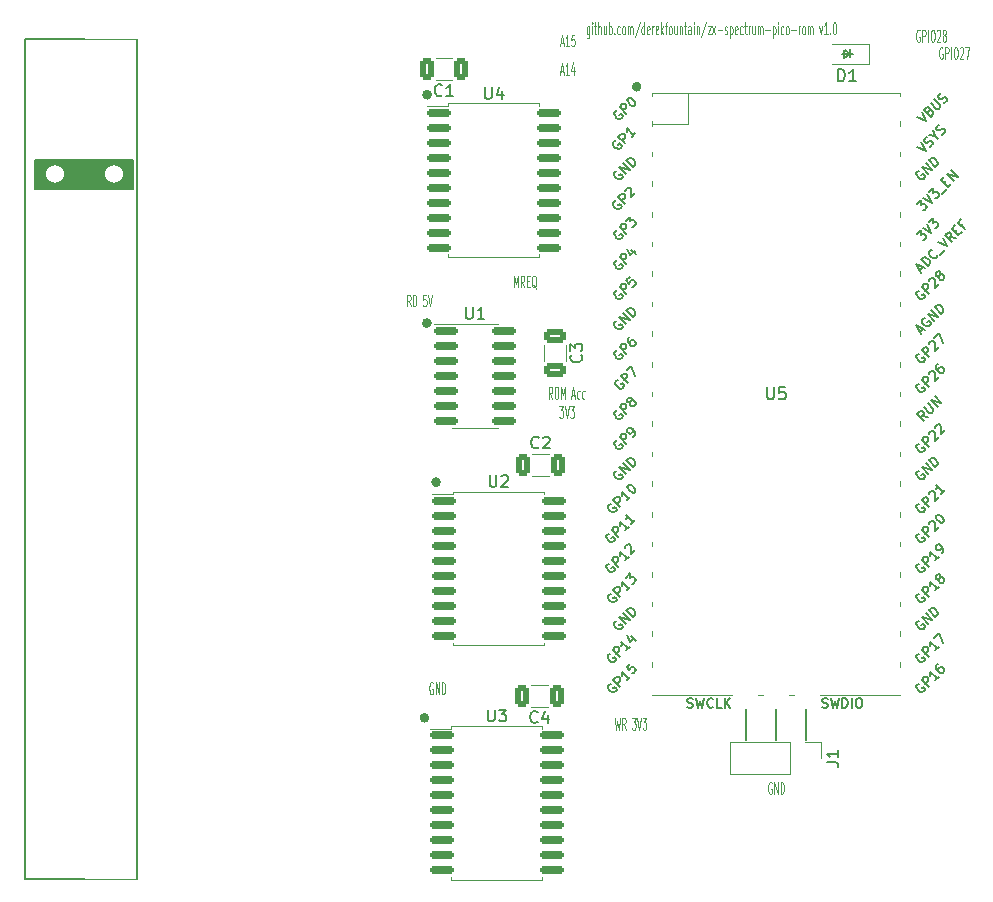
<source format=gto>
G04 #@! TF.GenerationSoftware,KiCad,Pcbnew,6.0.10-86aedd382b~118~ubuntu20.04.1*
G04 #@! TF.CreationDate,2023-01-03T17:42:13+00:00*
G04 #@! TF.ProjectId,srom,73726f6d-2e6b-4696-9361-645f70636258,rev?*
G04 #@! TF.SameCoordinates,Original*
G04 #@! TF.FileFunction,Legend,Top*
G04 #@! TF.FilePolarity,Positive*
%FSLAX46Y46*%
G04 Gerber Fmt 4.6, Leading zero omitted, Abs format (unit mm)*
G04 Created by KiCad (PCBNEW 6.0.10-86aedd382b~118~ubuntu20.04.1) date 2023-01-03 17:42:13*
%MOMM*%
%LPD*%
G01*
G04 APERTURE LIST*
G04 Aperture macros list*
%AMRoundRect*
0 Rectangle with rounded corners*
0 $1 Rounding radius*
0 $2 $3 $4 $5 $6 $7 $8 $9 X,Y pos of 4 corners*
0 Add a 4 corners polygon primitive as box body*
4,1,4,$2,$3,$4,$5,$6,$7,$8,$9,$2,$3,0*
0 Add four circle primitives for the rounded corners*
1,1,$1+$1,$2,$3*
1,1,$1+$1,$4,$5*
1,1,$1+$1,$6,$7*
1,1,$1+$1,$8,$9*
0 Add four rect primitives between the rounded corners*
20,1,$1+$1,$2,$3,$4,$5,0*
20,1,$1+$1,$4,$5,$6,$7,0*
20,1,$1+$1,$6,$7,$8,$9,0*
20,1,$1+$1,$8,$9,$2,$3,0*%
G04 Aperture macros list end*
%ADD10C,0.125000*%
%ADD11C,0.150000*%
%ADD12C,0.414706*%
%ADD13C,0.120000*%
%ADD14C,2.000000*%
%ADD15RoundRect,0.250000X-0.325000X-0.650000X0.325000X-0.650000X0.325000X0.650000X-0.325000X0.650000X0*%
%ADD16RoundRect,0.150000X-0.875000X-0.150000X0.875000X-0.150000X0.875000X0.150000X-0.875000X0.150000X0*%
%ADD17RoundRect,0.250000X-0.650000X0.325000X-0.650000X-0.325000X0.650000X-0.325000X0.650000X0.325000X0*%
%ADD18RoundRect,0.250000X0.325000X0.650000X-0.325000X0.650000X-0.325000X-0.650000X0.325000X-0.650000X0*%
%ADD19RoundRect,0.150000X-0.825000X-0.150000X0.825000X-0.150000X0.825000X0.150000X-0.825000X0.150000X0*%
%ADD20R,1.700000X1.700000*%
%ADD21O,1.700000X1.700000*%
%ADD22R,1.000000X1.000000*%
%ADD23C,1.524000*%
%ADD24O,1.800000X1.800000*%
%ADD25O,1.500000X1.500000*%
%ADD26R,3.500000X1.700000*%
%ADD27R,1.700000X3.500000*%
G04 APERTURE END LIST*
D10*
X60169047Y-106790000D02*
X60121428Y-106742380D01*
X60050000Y-106742380D01*
X59978571Y-106790000D01*
X59930952Y-106885238D01*
X59907142Y-106980476D01*
X59883333Y-107170952D01*
X59883333Y-107313809D01*
X59907142Y-107504285D01*
X59930952Y-107599523D01*
X59978571Y-107694761D01*
X60050000Y-107742380D01*
X60097619Y-107742380D01*
X60169047Y-107694761D01*
X60192857Y-107647142D01*
X60192857Y-107313809D01*
X60097619Y-107313809D01*
X60407142Y-107742380D02*
X60407142Y-106742380D01*
X60692857Y-107742380D01*
X60692857Y-106742380D01*
X60930952Y-107742380D02*
X60930952Y-106742380D01*
X61050000Y-106742380D01*
X61121428Y-106790000D01*
X61169047Y-106885238D01*
X61192857Y-106980476D01*
X61216666Y-107170952D01*
X61216666Y-107313809D01*
X61192857Y-107504285D01*
X61169047Y-107599523D01*
X61121428Y-107694761D01*
X61050000Y-107742380D01*
X60930952Y-107742380D01*
X103323809Y-53010000D02*
X103276190Y-52962380D01*
X103204761Y-52962380D01*
X103133333Y-53010000D01*
X103085714Y-53105238D01*
X103061904Y-53200476D01*
X103038095Y-53390952D01*
X103038095Y-53533809D01*
X103061904Y-53724285D01*
X103085714Y-53819523D01*
X103133333Y-53914761D01*
X103204761Y-53962380D01*
X103252380Y-53962380D01*
X103323809Y-53914761D01*
X103347619Y-53867142D01*
X103347619Y-53533809D01*
X103252380Y-53533809D01*
X103561904Y-53962380D02*
X103561904Y-52962380D01*
X103752380Y-52962380D01*
X103800000Y-53010000D01*
X103823809Y-53057619D01*
X103847619Y-53152857D01*
X103847619Y-53295714D01*
X103823809Y-53390952D01*
X103800000Y-53438571D01*
X103752380Y-53486190D01*
X103561904Y-53486190D01*
X104061904Y-53962380D02*
X104061904Y-52962380D01*
X104395238Y-52962380D02*
X104490476Y-52962380D01*
X104538095Y-53010000D01*
X104585714Y-53105238D01*
X104609523Y-53295714D01*
X104609523Y-53629047D01*
X104585714Y-53819523D01*
X104538095Y-53914761D01*
X104490476Y-53962380D01*
X104395238Y-53962380D01*
X104347619Y-53914761D01*
X104300000Y-53819523D01*
X104276190Y-53629047D01*
X104276190Y-53295714D01*
X104300000Y-53105238D01*
X104347619Y-53010000D01*
X104395238Y-52962380D01*
X104800000Y-53057619D02*
X104823809Y-53010000D01*
X104871428Y-52962380D01*
X104990476Y-52962380D01*
X105038095Y-53010000D01*
X105061904Y-53057619D01*
X105085714Y-53152857D01*
X105085714Y-53248095D01*
X105061904Y-53390952D01*
X104776190Y-53962380D01*
X105085714Y-53962380D01*
X105252380Y-52962380D02*
X105585714Y-52962380D01*
X105371428Y-53962380D01*
X101383809Y-51550000D02*
X101336190Y-51502380D01*
X101264761Y-51502380D01*
X101193333Y-51550000D01*
X101145714Y-51645238D01*
X101121904Y-51740476D01*
X101098095Y-51930952D01*
X101098095Y-52073809D01*
X101121904Y-52264285D01*
X101145714Y-52359523D01*
X101193333Y-52454761D01*
X101264761Y-52502380D01*
X101312380Y-52502380D01*
X101383809Y-52454761D01*
X101407619Y-52407142D01*
X101407619Y-52073809D01*
X101312380Y-52073809D01*
X101621904Y-52502380D02*
X101621904Y-51502380D01*
X101812380Y-51502380D01*
X101860000Y-51550000D01*
X101883809Y-51597619D01*
X101907619Y-51692857D01*
X101907619Y-51835714D01*
X101883809Y-51930952D01*
X101860000Y-51978571D01*
X101812380Y-52026190D01*
X101621904Y-52026190D01*
X102121904Y-52502380D02*
X102121904Y-51502380D01*
X102455238Y-51502380D02*
X102550476Y-51502380D01*
X102598095Y-51550000D01*
X102645714Y-51645238D01*
X102669523Y-51835714D01*
X102669523Y-52169047D01*
X102645714Y-52359523D01*
X102598095Y-52454761D01*
X102550476Y-52502380D01*
X102455238Y-52502380D01*
X102407619Y-52454761D01*
X102360000Y-52359523D01*
X102336190Y-52169047D01*
X102336190Y-51835714D01*
X102360000Y-51645238D01*
X102407619Y-51550000D01*
X102455238Y-51502380D01*
X102860000Y-51597619D02*
X102883809Y-51550000D01*
X102931428Y-51502380D01*
X103050476Y-51502380D01*
X103098095Y-51550000D01*
X103121904Y-51597619D01*
X103145714Y-51692857D01*
X103145714Y-51788095D01*
X103121904Y-51930952D01*
X102836190Y-52502380D01*
X103145714Y-52502380D01*
X103431428Y-51930952D02*
X103383809Y-51883333D01*
X103360000Y-51835714D01*
X103336190Y-51740476D01*
X103336190Y-51692857D01*
X103360000Y-51597619D01*
X103383809Y-51550000D01*
X103431428Y-51502380D01*
X103526666Y-51502380D01*
X103574285Y-51550000D01*
X103598095Y-51597619D01*
X103621904Y-51692857D01*
X103621904Y-51740476D01*
X103598095Y-51835714D01*
X103574285Y-51883333D01*
X103526666Y-51930952D01*
X103431428Y-51930952D01*
X103383809Y-51978571D01*
X103360000Y-52026190D01*
X103336190Y-52121428D01*
X103336190Y-52311904D01*
X103360000Y-52407142D01*
X103383809Y-52454761D01*
X103431428Y-52502380D01*
X103526666Y-52502380D01*
X103574285Y-52454761D01*
X103598095Y-52407142D01*
X103621904Y-52311904D01*
X103621904Y-52121428D01*
X103598095Y-52026190D01*
X103574285Y-51978571D01*
X103526666Y-51930952D01*
D11*
X95750000Y-53530000D02*
X94810000Y-53520000D01*
X95540000Y-53160000D02*
X95540000Y-53830000D01*
X95530000Y-53520000D02*
X95040000Y-53220000D01*
X95030000Y-53860000D02*
X95530000Y-53520000D01*
X95030000Y-53180000D02*
X95030000Y-53860000D01*
D10*
X88859047Y-115230000D02*
X88811428Y-115182380D01*
X88740000Y-115182380D01*
X88668571Y-115230000D01*
X88620952Y-115325238D01*
X88597142Y-115420476D01*
X88573333Y-115610952D01*
X88573333Y-115753809D01*
X88597142Y-115944285D01*
X88620952Y-116039523D01*
X88668571Y-116134761D01*
X88740000Y-116182380D01*
X88787619Y-116182380D01*
X88859047Y-116134761D01*
X88882857Y-116087142D01*
X88882857Y-115753809D01*
X88787619Y-115753809D01*
X89097142Y-116182380D02*
X89097142Y-115182380D01*
X89382857Y-116182380D01*
X89382857Y-115182380D01*
X89620952Y-116182380D02*
X89620952Y-115182380D01*
X89740000Y-115182380D01*
X89811428Y-115230000D01*
X89859047Y-115325238D01*
X89882857Y-115420476D01*
X89906666Y-115610952D01*
X89906666Y-115753809D01*
X89882857Y-115944285D01*
X89859047Y-116039523D01*
X89811428Y-116134761D01*
X89740000Y-116182380D01*
X89620952Y-116182380D01*
D11*
X91790000Y-108975000D02*
X91790000Y-111645000D01*
X89260000Y-108995000D02*
X89260000Y-111665000D01*
X86680000Y-108980000D02*
X86680000Y-111650000D01*
D12*
X77637353Y-56310000D02*
G75*
G03*
X77637353Y-56310000I-207353J0D01*
G01*
X59897353Y-56990000D02*
G75*
G03*
X59897353Y-56990000I-207353J0D01*
G01*
X59877353Y-76330000D02*
G75*
G03*
X59877353Y-76330000I-207353J0D01*
G01*
X60657353Y-89790000D02*
G75*
G03*
X60657353Y-89790000I-207353J0D01*
G01*
X59667353Y-109740000D02*
G75*
G03*
X59667353Y-109740000I-207353J0D01*
G01*
D11*
X26460000Y-62480000D02*
X34750000Y-62480000D01*
X34750000Y-62480000D02*
X34750000Y-64940000D01*
X34750000Y-64940000D02*
X26460000Y-64940000D01*
X26460000Y-64940000D02*
X26460000Y-62480000D01*
G36*
X26460000Y-62480000D02*
G01*
X34750000Y-62480000D01*
X34750000Y-64940000D01*
X26460000Y-64940000D01*
X26460000Y-62480000D01*
G37*
D10*
X71004761Y-52606666D02*
X71242857Y-52606666D01*
X70957142Y-52892380D02*
X71123809Y-51892380D01*
X71290476Y-52892380D01*
X71719047Y-52892380D02*
X71433333Y-52892380D01*
X71576190Y-52892380D02*
X71576190Y-51892380D01*
X71528571Y-52035238D01*
X71480952Y-52130476D01*
X71433333Y-52178095D01*
X72171428Y-51892380D02*
X71933333Y-51892380D01*
X71909523Y-52368571D01*
X71933333Y-52320952D01*
X71980952Y-52273333D01*
X72100000Y-52273333D01*
X72147619Y-52320952D01*
X72171428Y-52368571D01*
X72195238Y-52463809D01*
X72195238Y-52701904D01*
X72171428Y-52797142D01*
X72147619Y-52844761D01*
X72100000Y-52892380D01*
X71980952Y-52892380D01*
X71933333Y-52844761D01*
X71909523Y-52797142D01*
X70984761Y-54996666D02*
X71222857Y-54996666D01*
X70937142Y-55282380D02*
X71103809Y-54282380D01*
X71270476Y-55282380D01*
X71699047Y-55282380D02*
X71413333Y-55282380D01*
X71556190Y-55282380D02*
X71556190Y-54282380D01*
X71508571Y-54425238D01*
X71460952Y-54520476D01*
X71413333Y-54568095D01*
X72127619Y-54615714D02*
X72127619Y-55282380D01*
X72008571Y-54234761D02*
X71889523Y-54949047D01*
X72199047Y-54949047D01*
X58291904Y-74912380D02*
X58125238Y-74436190D01*
X58006190Y-74912380D02*
X58006190Y-73912380D01*
X58196666Y-73912380D01*
X58244285Y-73960000D01*
X58268095Y-74007619D01*
X58291904Y-74102857D01*
X58291904Y-74245714D01*
X58268095Y-74340952D01*
X58244285Y-74388571D01*
X58196666Y-74436190D01*
X58006190Y-74436190D01*
X58506190Y-74912380D02*
X58506190Y-73912380D01*
X58625238Y-73912380D01*
X58696666Y-73960000D01*
X58744285Y-74055238D01*
X58768095Y-74150476D01*
X58791904Y-74340952D01*
X58791904Y-74483809D01*
X58768095Y-74674285D01*
X58744285Y-74769523D01*
X58696666Y-74864761D01*
X58625238Y-74912380D01*
X58506190Y-74912380D01*
X59625238Y-73912380D02*
X59387142Y-73912380D01*
X59363333Y-74388571D01*
X59387142Y-74340952D01*
X59434761Y-74293333D01*
X59553809Y-74293333D01*
X59601428Y-74340952D01*
X59625238Y-74388571D01*
X59649047Y-74483809D01*
X59649047Y-74721904D01*
X59625238Y-74817142D01*
X59601428Y-74864761D01*
X59553809Y-74912380D01*
X59434761Y-74912380D01*
X59387142Y-74864761D01*
X59363333Y-74817142D01*
X59791904Y-73912380D02*
X59958571Y-74912380D01*
X60125238Y-73912380D01*
X73438571Y-51205714D02*
X73438571Y-52015238D01*
X73414761Y-52110476D01*
X73390952Y-52158095D01*
X73343333Y-52205714D01*
X73271904Y-52205714D01*
X73224285Y-52158095D01*
X73438571Y-51824761D02*
X73390952Y-51872380D01*
X73295714Y-51872380D01*
X73248095Y-51824761D01*
X73224285Y-51777142D01*
X73200476Y-51681904D01*
X73200476Y-51396190D01*
X73224285Y-51300952D01*
X73248095Y-51253333D01*
X73295714Y-51205714D01*
X73390952Y-51205714D01*
X73438571Y-51253333D01*
X73676666Y-51872380D02*
X73676666Y-51205714D01*
X73676666Y-50872380D02*
X73652857Y-50920000D01*
X73676666Y-50967619D01*
X73700476Y-50920000D01*
X73676666Y-50872380D01*
X73676666Y-50967619D01*
X73843333Y-51205714D02*
X74033809Y-51205714D01*
X73914761Y-50872380D02*
X73914761Y-51729523D01*
X73938571Y-51824761D01*
X73986190Y-51872380D01*
X74033809Y-51872380D01*
X74200476Y-51872380D02*
X74200476Y-50872380D01*
X74414761Y-51872380D02*
X74414761Y-51348571D01*
X74390952Y-51253333D01*
X74343333Y-51205714D01*
X74271904Y-51205714D01*
X74224285Y-51253333D01*
X74200476Y-51300952D01*
X74867142Y-51205714D02*
X74867142Y-51872380D01*
X74652857Y-51205714D02*
X74652857Y-51729523D01*
X74676666Y-51824761D01*
X74724285Y-51872380D01*
X74795714Y-51872380D01*
X74843333Y-51824761D01*
X74867142Y-51777142D01*
X75105238Y-51872380D02*
X75105238Y-50872380D01*
X75105238Y-51253333D02*
X75152857Y-51205714D01*
X75248095Y-51205714D01*
X75295714Y-51253333D01*
X75319523Y-51300952D01*
X75343333Y-51396190D01*
X75343333Y-51681904D01*
X75319523Y-51777142D01*
X75295714Y-51824761D01*
X75248095Y-51872380D01*
X75152857Y-51872380D01*
X75105238Y-51824761D01*
X75557619Y-51777142D02*
X75581428Y-51824761D01*
X75557619Y-51872380D01*
X75533809Y-51824761D01*
X75557619Y-51777142D01*
X75557619Y-51872380D01*
X76010000Y-51824761D02*
X75962380Y-51872380D01*
X75867142Y-51872380D01*
X75819523Y-51824761D01*
X75795714Y-51777142D01*
X75771904Y-51681904D01*
X75771904Y-51396190D01*
X75795714Y-51300952D01*
X75819523Y-51253333D01*
X75867142Y-51205714D01*
X75962380Y-51205714D01*
X76010000Y-51253333D01*
X76295714Y-51872380D02*
X76248095Y-51824761D01*
X76224285Y-51777142D01*
X76200476Y-51681904D01*
X76200476Y-51396190D01*
X76224285Y-51300952D01*
X76248095Y-51253333D01*
X76295714Y-51205714D01*
X76367142Y-51205714D01*
X76414761Y-51253333D01*
X76438571Y-51300952D01*
X76462380Y-51396190D01*
X76462380Y-51681904D01*
X76438571Y-51777142D01*
X76414761Y-51824761D01*
X76367142Y-51872380D01*
X76295714Y-51872380D01*
X76676666Y-51872380D02*
X76676666Y-51205714D01*
X76676666Y-51300952D02*
X76700476Y-51253333D01*
X76748095Y-51205714D01*
X76819523Y-51205714D01*
X76867142Y-51253333D01*
X76890952Y-51348571D01*
X76890952Y-51872380D01*
X76890952Y-51348571D02*
X76914761Y-51253333D01*
X76962380Y-51205714D01*
X77033809Y-51205714D01*
X77081428Y-51253333D01*
X77105238Y-51348571D01*
X77105238Y-51872380D01*
X77700476Y-50824761D02*
X77271904Y-52110476D01*
X78081428Y-51872380D02*
X78081428Y-50872380D01*
X78081428Y-51824761D02*
X78033809Y-51872380D01*
X77938571Y-51872380D01*
X77890952Y-51824761D01*
X77867142Y-51777142D01*
X77843333Y-51681904D01*
X77843333Y-51396190D01*
X77867142Y-51300952D01*
X77890952Y-51253333D01*
X77938571Y-51205714D01*
X78033809Y-51205714D01*
X78081428Y-51253333D01*
X78510000Y-51824761D02*
X78462380Y-51872380D01*
X78367142Y-51872380D01*
X78319523Y-51824761D01*
X78295714Y-51729523D01*
X78295714Y-51348571D01*
X78319523Y-51253333D01*
X78367142Y-51205714D01*
X78462380Y-51205714D01*
X78510000Y-51253333D01*
X78533809Y-51348571D01*
X78533809Y-51443809D01*
X78295714Y-51539047D01*
X78748095Y-51872380D02*
X78748095Y-51205714D01*
X78748095Y-51396190D02*
X78771904Y-51300952D01*
X78795714Y-51253333D01*
X78843333Y-51205714D01*
X78890952Y-51205714D01*
X79248095Y-51824761D02*
X79200476Y-51872380D01*
X79105238Y-51872380D01*
X79057619Y-51824761D01*
X79033809Y-51729523D01*
X79033809Y-51348571D01*
X79057619Y-51253333D01*
X79105238Y-51205714D01*
X79200476Y-51205714D01*
X79248095Y-51253333D01*
X79271904Y-51348571D01*
X79271904Y-51443809D01*
X79033809Y-51539047D01*
X79486190Y-51872380D02*
X79486190Y-50872380D01*
X79533809Y-51491428D02*
X79676666Y-51872380D01*
X79676666Y-51205714D02*
X79486190Y-51586666D01*
X79819523Y-51205714D02*
X80010000Y-51205714D01*
X79890952Y-51872380D02*
X79890952Y-51015238D01*
X79914761Y-50920000D01*
X79962380Y-50872380D01*
X80010000Y-50872380D01*
X80248095Y-51872380D02*
X80200476Y-51824761D01*
X80176666Y-51777142D01*
X80152857Y-51681904D01*
X80152857Y-51396190D01*
X80176666Y-51300952D01*
X80200476Y-51253333D01*
X80248095Y-51205714D01*
X80319523Y-51205714D01*
X80367142Y-51253333D01*
X80390952Y-51300952D01*
X80414761Y-51396190D01*
X80414761Y-51681904D01*
X80390952Y-51777142D01*
X80367142Y-51824761D01*
X80319523Y-51872380D01*
X80248095Y-51872380D01*
X80843333Y-51205714D02*
X80843333Y-51872380D01*
X80629047Y-51205714D02*
X80629047Y-51729523D01*
X80652857Y-51824761D01*
X80700476Y-51872380D01*
X80771904Y-51872380D01*
X80819523Y-51824761D01*
X80843333Y-51777142D01*
X81081428Y-51205714D02*
X81081428Y-51872380D01*
X81081428Y-51300952D02*
X81105238Y-51253333D01*
X81152857Y-51205714D01*
X81224285Y-51205714D01*
X81271904Y-51253333D01*
X81295714Y-51348571D01*
X81295714Y-51872380D01*
X81462380Y-51205714D02*
X81652857Y-51205714D01*
X81533809Y-50872380D02*
X81533809Y-51729523D01*
X81557619Y-51824761D01*
X81605238Y-51872380D01*
X81652857Y-51872380D01*
X82033809Y-51872380D02*
X82033809Y-51348571D01*
X82010000Y-51253333D01*
X81962380Y-51205714D01*
X81867142Y-51205714D01*
X81819523Y-51253333D01*
X82033809Y-51824761D02*
X81986190Y-51872380D01*
X81867142Y-51872380D01*
X81819523Y-51824761D01*
X81795714Y-51729523D01*
X81795714Y-51634285D01*
X81819523Y-51539047D01*
X81867142Y-51491428D01*
X81986190Y-51491428D01*
X82033809Y-51443809D01*
X82271904Y-51872380D02*
X82271904Y-51205714D01*
X82271904Y-50872380D02*
X82248095Y-50920000D01*
X82271904Y-50967619D01*
X82295714Y-50920000D01*
X82271904Y-50872380D01*
X82271904Y-50967619D01*
X82510000Y-51205714D02*
X82510000Y-51872380D01*
X82510000Y-51300952D02*
X82533809Y-51253333D01*
X82581428Y-51205714D01*
X82652857Y-51205714D01*
X82700476Y-51253333D01*
X82724285Y-51348571D01*
X82724285Y-51872380D01*
X83319523Y-50824761D02*
X82890952Y-52110476D01*
X83438571Y-51205714D02*
X83700476Y-51205714D01*
X83438571Y-51872380D01*
X83700476Y-51872380D01*
X83843333Y-51872380D02*
X84105238Y-51205714D01*
X83843333Y-51205714D02*
X84105238Y-51872380D01*
X84295714Y-51491428D02*
X84676666Y-51491428D01*
X84890952Y-51824761D02*
X84938571Y-51872380D01*
X85033809Y-51872380D01*
X85081428Y-51824761D01*
X85105238Y-51729523D01*
X85105238Y-51681904D01*
X85081428Y-51586666D01*
X85033809Y-51539047D01*
X84962380Y-51539047D01*
X84914761Y-51491428D01*
X84890952Y-51396190D01*
X84890952Y-51348571D01*
X84914761Y-51253333D01*
X84962380Y-51205714D01*
X85033809Y-51205714D01*
X85081428Y-51253333D01*
X85319523Y-51205714D02*
X85319523Y-52205714D01*
X85319523Y-51253333D02*
X85367142Y-51205714D01*
X85462380Y-51205714D01*
X85510000Y-51253333D01*
X85533809Y-51300952D01*
X85557619Y-51396190D01*
X85557619Y-51681904D01*
X85533809Y-51777142D01*
X85510000Y-51824761D01*
X85462380Y-51872380D01*
X85367142Y-51872380D01*
X85319523Y-51824761D01*
X85962380Y-51824761D02*
X85914761Y-51872380D01*
X85819523Y-51872380D01*
X85771904Y-51824761D01*
X85748095Y-51729523D01*
X85748095Y-51348571D01*
X85771904Y-51253333D01*
X85819523Y-51205714D01*
X85914761Y-51205714D01*
X85962380Y-51253333D01*
X85986190Y-51348571D01*
X85986190Y-51443809D01*
X85748095Y-51539047D01*
X86414761Y-51824761D02*
X86367142Y-51872380D01*
X86271904Y-51872380D01*
X86224285Y-51824761D01*
X86200476Y-51777142D01*
X86176666Y-51681904D01*
X86176666Y-51396190D01*
X86200476Y-51300952D01*
X86224285Y-51253333D01*
X86271904Y-51205714D01*
X86367142Y-51205714D01*
X86414761Y-51253333D01*
X86557619Y-51205714D02*
X86748095Y-51205714D01*
X86629047Y-50872380D02*
X86629047Y-51729523D01*
X86652857Y-51824761D01*
X86700476Y-51872380D01*
X86748095Y-51872380D01*
X86914761Y-51872380D02*
X86914761Y-51205714D01*
X86914761Y-51396190D02*
X86938571Y-51300952D01*
X86962380Y-51253333D01*
X87010000Y-51205714D01*
X87057619Y-51205714D01*
X87438571Y-51205714D02*
X87438571Y-51872380D01*
X87224285Y-51205714D02*
X87224285Y-51729523D01*
X87248095Y-51824761D01*
X87295714Y-51872380D01*
X87367142Y-51872380D01*
X87414761Y-51824761D01*
X87438571Y-51777142D01*
X87676666Y-51872380D02*
X87676666Y-51205714D01*
X87676666Y-51300952D02*
X87700476Y-51253333D01*
X87748095Y-51205714D01*
X87819523Y-51205714D01*
X87867142Y-51253333D01*
X87890952Y-51348571D01*
X87890952Y-51872380D01*
X87890952Y-51348571D02*
X87914761Y-51253333D01*
X87962380Y-51205714D01*
X88033809Y-51205714D01*
X88081428Y-51253333D01*
X88105238Y-51348571D01*
X88105238Y-51872380D01*
X88343333Y-51491428D02*
X88724285Y-51491428D01*
X88962380Y-51205714D02*
X88962380Y-52205714D01*
X88962380Y-51253333D02*
X89009999Y-51205714D01*
X89105238Y-51205714D01*
X89152857Y-51253333D01*
X89176666Y-51300952D01*
X89200476Y-51396190D01*
X89200476Y-51681904D01*
X89176666Y-51777142D01*
X89152857Y-51824761D01*
X89105238Y-51872380D01*
X89009999Y-51872380D01*
X88962380Y-51824761D01*
X89414761Y-51872380D02*
X89414761Y-51205714D01*
X89414761Y-50872380D02*
X89390952Y-50920000D01*
X89414761Y-50967619D01*
X89438571Y-50920000D01*
X89414761Y-50872380D01*
X89414761Y-50967619D01*
X89867142Y-51824761D02*
X89819523Y-51872380D01*
X89724285Y-51872380D01*
X89676666Y-51824761D01*
X89652857Y-51777142D01*
X89629047Y-51681904D01*
X89629047Y-51396190D01*
X89652857Y-51300952D01*
X89676666Y-51253333D01*
X89724285Y-51205714D01*
X89819523Y-51205714D01*
X89867142Y-51253333D01*
X90152857Y-51872380D02*
X90105238Y-51824761D01*
X90081428Y-51777142D01*
X90057619Y-51681904D01*
X90057619Y-51396190D01*
X90081428Y-51300952D01*
X90105238Y-51253333D01*
X90152857Y-51205714D01*
X90224285Y-51205714D01*
X90271904Y-51253333D01*
X90295714Y-51300952D01*
X90319523Y-51396190D01*
X90319523Y-51681904D01*
X90295714Y-51777142D01*
X90271904Y-51824761D01*
X90224285Y-51872380D01*
X90152857Y-51872380D01*
X90533809Y-51491428D02*
X90914761Y-51491428D01*
X91152857Y-51872380D02*
X91152857Y-51205714D01*
X91152857Y-51396190D02*
X91176666Y-51300952D01*
X91200476Y-51253333D01*
X91248095Y-51205714D01*
X91295714Y-51205714D01*
X91533809Y-51872380D02*
X91486190Y-51824761D01*
X91462380Y-51777142D01*
X91438571Y-51681904D01*
X91438571Y-51396190D01*
X91462380Y-51300952D01*
X91486190Y-51253333D01*
X91533809Y-51205714D01*
X91605238Y-51205714D01*
X91652857Y-51253333D01*
X91676666Y-51300952D01*
X91700476Y-51396190D01*
X91700476Y-51681904D01*
X91676666Y-51777142D01*
X91652857Y-51824761D01*
X91605238Y-51872380D01*
X91533809Y-51872380D01*
X91914761Y-51872380D02*
X91914761Y-51205714D01*
X91914761Y-51300952D02*
X91938571Y-51253333D01*
X91986190Y-51205714D01*
X92057619Y-51205714D01*
X92105238Y-51253333D01*
X92129047Y-51348571D01*
X92129047Y-51872380D01*
X92129047Y-51348571D02*
X92152857Y-51253333D01*
X92200476Y-51205714D01*
X92271904Y-51205714D01*
X92319523Y-51253333D01*
X92343333Y-51348571D01*
X92343333Y-51872380D01*
X92914761Y-51205714D02*
X93033809Y-51872380D01*
X93152857Y-51205714D01*
X93605238Y-51872380D02*
X93319523Y-51872380D01*
X93462380Y-51872380D02*
X93462380Y-50872380D01*
X93414761Y-51015238D01*
X93367142Y-51110476D01*
X93319523Y-51158095D01*
X93819523Y-51777142D02*
X93843333Y-51824761D01*
X93819523Y-51872380D01*
X93795714Y-51824761D01*
X93819523Y-51777142D01*
X93819523Y-51872380D01*
X94152857Y-50872380D02*
X94200476Y-50872380D01*
X94248095Y-50920000D01*
X94271904Y-50967619D01*
X94295714Y-51062857D01*
X94319523Y-51253333D01*
X94319523Y-51491428D01*
X94295714Y-51681904D01*
X94271904Y-51777142D01*
X94248095Y-51824761D01*
X94200476Y-51872380D01*
X94152857Y-51872380D01*
X94105238Y-51824761D01*
X94081428Y-51777142D01*
X94057619Y-51681904D01*
X94033809Y-51491428D01*
X94033809Y-51253333D01*
X94057619Y-51062857D01*
X94081428Y-50967619D01*
X94105238Y-50920000D01*
X94152857Y-50872380D01*
X75594761Y-109742380D02*
X75713809Y-110742380D01*
X75809047Y-110028095D01*
X75904285Y-110742380D01*
X76023333Y-109742380D01*
X76499523Y-110742380D02*
X76332857Y-110266190D01*
X76213809Y-110742380D02*
X76213809Y-109742380D01*
X76404285Y-109742380D01*
X76451904Y-109790000D01*
X76475714Y-109837619D01*
X76499523Y-109932857D01*
X76499523Y-110075714D01*
X76475714Y-110170952D01*
X76451904Y-110218571D01*
X76404285Y-110266190D01*
X76213809Y-110266190D01*
X77047142Y-109742380D02*
X77356666Y-109742380D01*
X77190000Y-110123333D01*
X77261428Y-110123333D01*
X77309047Y-110170952D01*
X77332857Y-110218571D01*
X77356666Y-110313809D01*
X77356666Y-110551904D01*
X77332857Y-110647142D01*
X77309047Y-110694761D01*
X77261428Y-110742380D01*
X77118571Y-110742380D01*
X77070952Y-110694761D01*
X77047142Y-110647142D01*
X77499523Y-109742380D02*
X77666190Y-110742380D01*
X77832857Y-109742380D01*
X77951904Y-109742380D02*
X78261428Y-109742380D01*
X78094761Y-110123333D01*
X78166190Y-110123333D01*
X78213809Y-110170952D01*
X78237619Y-110218571D01*
X78261428Y-110313809D01*
X78261428Y-110551904D01*
X78237619Y-110647142D01*
X78213809Y-110694761D01*
X78166190Y-110742380D01*
X78023333Y-110742380D01*
X77975714Y-110694761D01*
X77951904Y-110647142D01*
X67075238Y-73302380D02*
X67075238Y-72302380D01*
X67241904Y-73016666D01*
X67408571Y-72302380D01*
X67408571Y-73302380D01*
X67932380Y-73302380D02*
X67765714Y-72826190D01*
X67646666Y-73302380D02*
X67646666Y-72302380D01*
X67837142Y-72302380D01*
X67884761Y-72350000D01*
X67908571Y-72397619D01*
X67932380Y-72492857D01*
X67932380Y-72635714D01*
X67908571Y-72730952D01*
X67884761Y-72778571D01*
X67837142Y-72826190D01*
X67646666Y-72826190D01*
X68146666Y-72778571D02*
X68313333Y-72778571D01*
X68384761Y-73302380D02*
X68146666Y-73302380D01*
X68146666Y-72302380D01*
X68384761Y-72302380D01*
X68932380Y-73397619D02*
X68884761Y-73350000D01*
X68837142Y-73254761D01*
X68765714Y-73111904D01*
X68718095Y-73064285D01*
X68670476Y-73064285D01*
X68694285Y-73302380D02*
X68646666Y-73254761D01*
X68599047Y-73159523D01*
X68575238Y-72969047D01*
X68575238Y-72635714D01*
X68599047Y-72445238D01*
X68646666Y-72350000D01*
X68694285Y-72302380D01*
X68789523Y-72302380D01*
X68837142Y-72350000D01*
X68884761Y-72445238D01*
X68908571Y-72635714D01*
X68908571Y-72969047D01*
X68884761Y-73159523D01*
X68837142Y-73254761D01*
X68789523Y-73302380D01*
X68694285Y-73302380D01*
X70293809Y-82727380D02*
X70127142Y-82251190D01*
X70008095Y-82727380D02*
X70008095Y-81727380D01*
X70198571Y-81727380D01*
X70246190Y-81775000D01*
X70270000Y-81822619D01*
X70293809Y-81917857D01*
X70293809Y-82060714D01*
X70270000Y-82155952D01*
X70246190Y-82203571D01*
X70198571Y-82251190D01*
X70008095Y-82251190D01*
X70603333Y-81727380D02*
X70698571Y-81727380D01*
X70746190Y-81775000D01*
X70793809Y-81870238D01*
X70817619Y-82060714D01*
X70817619Y-82394047D01*
X70793809Y-82584523D01*
X70746190Y-82679761D01*
X70698571Y-82727380D01*
X70603333Y-82727380D01*
X70555714Y-82679761D01*
X70508095Y-82584523D01*
X70484285Y-82394047D01*
X70484285Y-82060714D01*
X70508095Y-81870238D01*
X70555714Y-81775000D01*
X70603333Y-81727380D01*
X71031904Y-82727380D02*
X71031904Y-81727380D01*
X71198571Y-82441666D01*
X71365238Y-81727380D01*
X71365238Y-82727380D01*
X71960476Y-82441666D02*
X72198571Y-82441666D01*
X71912857Y-82727380D02*
X72079523Y-81727380D01*
X72246190Y-82727380D01*
X72627142Y-82679761D02*
X72579523Y-82727380D01*
X72484285Y-82727380D01*
X72436666Y-82679761D01*
X72412857Y-82632142D01*
X72389047Y-82536904D01*
X72389047Y-82251190D01*
X72412857Y-82155952D01*
X72436666Y-82108333D01*
X72484285Y-82060714D01*
X72579523Y-82060714D01*
X72627142Y-82108333D01*
X73055714Y-82679761D02*
X73008095Y-82727380D01*
X72912857Y-82727380D01*
X72865238Y-82679761D01*
X72841428Y-82632142D01*
X72817619Y-82536904D01*
X72817619Y-82251190D01*
X72841428Y-82155952D01*
X72865238Y-82108333D01*
X72912857Y-82060714D01*
X73008095Y-82060714D01*
X73055714Y-82108333D01*
X70900952Y-83337380D02*
X71210476Y-83337380D01*
X71043809Y-83718333D01*
X71115238Y-83718333D01*
X71162857Y-83765952D01*
X71186666Y-83813571D01*
X71210476Y-83908809D01*
X71210476Y-84146904D01*
X71186666Y-84242142D01*
X71162857Y-84289761D01*
X71115238Y-84337380D01*
X70972380Y-84337380D01*
X70924761Y-84289761D01*
X70900952Y-84242142D01*
X71353333Y-83337380D02*
X71520000Y-84337380D01*
X71686666Y-83337380D01*
X71805714Y-83337380D02*
X72115238Y-83337380D01*
X71948571Y-83718333D01*
X72020000Y-83718333D01*
X72067619Y-83765952D01*
X72091428Y-83813571D01*
X72115238Y-83908809D01*
X72115238Y-84146904D01*
X72091428Y-84242142D01*
X72067619Y-84289761D01*
X72020000Y-84337380D01*
X71877142Y-84337380D01*
X71829523Y-84289761D01*
X71805714Y-84242142D01*
D11*
X69133333Y-86847142D02*
X69085714Y-86894761D01*
X68942857Y-86942380D01*
X68847619Y-86942380D01*
X68704761Y-86894761D01*
X68609523Y-86799523D01*
X68561904Y-86704285D01*
X68514285Y-86513809D01*
X68514285Y-86370952D01*
X68561904Y-86180476D01*
X68609523Y-86085238D01*
X68704761Y-85990000D01*
X68847619Y-85942380D01*
X68942857Y-85942380D01*
X69085714Y-85990000D01*
X69133333Y-86037619D01*
X69514285Y-86037619D02*
X69561904Y-85990000D01*
X69657142Y-85942380D01*
X69895238Y-85942380D01*
X69990476Y-85990000D01*
X70038095Y-86037619D01*
X70085714Y-86132857D01*
X70085714Y-86228095D01*
X70038095Y-86370952D01*
X69466666Y-86942380D01*
X70085714Y-86942380D01*
X64838095Y-109052380D02*
X64838095Y-109861904D01*
X64885714Y-109957142D01*
X64933333Y-110004761D01*
X65028571Y-110052380D01*
X65219047Y-110052380D01*
X65314285Y-110004761D01*
X65361904Y-109957142D01*
X65409523Y-109861904D01*
X65409523Y-109052380D01*
X65790476Y-109052380D02*
X66409523Y-109052380D01*
X66076190Y-109433333D01*
X66219047Y-109433333D01*
X66314285Y-109480952D01*
X66361904Y-109528571D01*
X66409523Y-109623809D01*
X66409523Y-109861904D01*
X66361904Y-109957142D01*
X66314285Y-110004761D01*
X66219047Y-110052380D01*
X65933333Y-110052380D01*
X65838095Y-110004761D01*
X65790476Y-109957142D01*
X64988095Y-89202380D02*
X64988095Y-90011904D01*
X65035714Y-90107142D01*
X65083333Y-90154761D01*
X65178571Y-90202380D01*
X65369047Y-90202380D01*
X65464285Y-90154761D01*
X65511904Y-90107142D01*
X65559523Y-90011904D01*
X65559523Y-89202380D01*
X65988095Y-89297619D02*
X66035714Y-89250000D01*
X66130952Y-89202380D01*
X66369047Y-89202380D01*
X66464285Y-89250000D01*
X66511904Y-89297619D01*
X66559523Y-89392857D01*
X66559523Y-89488095D01*
X66511904Y-89630952D01*
X65940476Y-90202380D01*
X66559523Y-90202380D01*
X72727142Y-79026666D02*
X72774761Y-79074285D01*
X72822380Y-79217142D01*
X72822380Y-79312380D01*
X72774761Y-79455238D01*
X72679523Y-79550476D01*
X72584285Y-79598095D01*
X72393809Y-79645714D01*
X72250952Y-79645714D01*
X72060476Y-79598095D01*
X71965238Y-79550476D01*
X71870000Y-79455238D01*
X71822380Y-79312380D01*
X71822380Y-79217142D01*
X71870000Y-79074285D01*
X71917619Y-79026666D01*
X71822380Y-78693333D02*
X71822380Y-78074285D01*
X72203333Y-78407619D01*
X72203333Y-78264761D01*
X72250952Y-78169523D01*
X72298571Y-78121904D01*
X72393809Y-78074285D01*
X72631904Y-78074285D01*
X72727142Y-78121904D01*
X72774761Y-78169523D01*
X72822380Y-78264761D01*
X72822380Y-78550476D01*
X72774761Y-78645714D01*
X72727142Y-78693333D01*
X69043333Y-110087142D02*
X68995714Y-110134761D01*
X68852857Y-110182380D01*
X68757619Y-110182380D01*
X68614761Y-110134761D01*
X68519523Y-110039523D01*
X68471904Y-109944285D01*
X68424285Y-109753809D01*
X68424285Y-109610952D01*
X68471904Y-109420476D01*
X68519523Y-109325238D01*
X68614761Y-109230000D01*
X68757619Y-109182380D01*
X68852857Y-109182380D01*
X68995714Y-109230000D01*
X69043333Y-109277619D01*
X69900476Y-109515714D02*
X69900476Y-110182380D01*
X69662380Y-109134761D02*
X69424285Y-109849047D01*
X70043333Y-109849047D01*
X62978095Y-74972380D02*
X62978095Y-75781904D01*
X63025714Y-75877142D01*
X63073333Y-75924761D01*
X63168571Y-75972380D01*
X63359047Y-75972380D01*
X63454285Y-75924761D01*
X63501904Y-75877142D01*
X63549523Y-75781904D01*
X63549523Y-74972380D01*
X64549523Y-75972380D02*
X63978095Y-75972380D01*
X64263809Y-75972380D02*
X64263809Y-74972380D01*
X64168571Y-75115238D01*
X64073333Y-75210476D01*
X63978095Y-75258095D01*
X64578095Y-56342380D02*
X64578095Y-57151904D01*
X64625714Y-57247142D01*
X64673333Y-57294761D01*
X64768571Y-57342380D01*
X64959047Y-57342380D01*
X65054285Y-57294761D01*
X65101904Y-57247142D01*
X65149523Y-57151904D01*
X65149523Y-56342380D01*
X66054285Y-56675714D02*
X66054285Y-57342380D01*
X65816190Y-56294761D02*
X65578095Y-57009047D01*
X66197142Y-57009047D01*
X60953333Y-57017142D02*
X60905714Y-57064761D01*
X60762857Y-57112380D01*
X60667619Y-57112380D01*
X60524761Y-57064761D01*
X60429523Y-56969523D01*
X60381904Y-56874285D01*
X60334285Y-56683809D01*
X60334285Y-56540952D01*
X60381904Y-56350476D01*
X60429523Y-56255238D01*
X60524761Y-56160000D01*
X60667619Y-56112380D01*
X60762857Y-56112380D01*
X60905714Y-56160000D01*
X60953333Y-56207619D01*
X61905714Y-57112380D02*
X61334285Y-57112380D01*
X61620000Y-57112380D02*
X61620000Y-56112380D01*
X61524761Y-56255238D01*
X61429523Y-56350476D01*
X61334285Y-56398095D01*
X93512380Y-113498333D02*
X94226666Y-113498333D01*
X94369523Y-113545952D01*
X94464761Y-113641190D01*
X94512380Y-113784047D01*
X94512380Y-113879285D01*
X94512380Y-112498333D02*
X94512380Y-113069761D01*
X94512380Y-112784047D02*
X93512380Y-112784047D01*
X93655238Y-112879285D01*
X93750476Y-112974523D01*
X93798095Y-113069761D01*
X94491904Y-55842380D02*
X94491904Y-54842380D01*
X94730000Y-54842380D01*
X94872857Y-54890000D01*
X94968095Y-54985238D01*
X95015714Y-55080476D01*
X95063333Y-55270952D01*
X95063333Y-55413809D01*
X95015714Y-55604285D01*
X94968095Y-55699523D01*
X94872857Y-55794761D01*
X94730000Y-55842380D01*
X94491904Y-55842380D01*
X96015714Y-55842380D02*
X95444285Y-55842380D01*
X95730000Y-55842380D02*
X95730000Y-54842380D01*
X95634761Y-54985238D01*
X95539523Y-55080476D01*
X95444285Y-55128095D01*
X88478095Y-81772380D02*
X88478095Y-82581904D01*
X88525714Y-82677142D01*
X88573333Y-82724761D01*
X88668571Y-82772380D01*
X88859047Y-82772380D01*
X88954285Y-82724761D01*
X89001904Y-82677142D01*
X89049523Y-82581904D01*
X89049523Y-81772380D01*
X90001904Y-81772380D02*
X89525714Y-81772380D01*
X89478095Y-82248571D01*
X89525714Y-82200952D01*
X89620952Y-82153333D01*
X89859047Y-82153333D01*
X89954285Y-82200952D01*
X90001904Y-82248571D01*
X90049523Y-82343809D01*
X90049523Y-82581904D01*
X90001904Y-82677142D01*
X89954285Y-82724761D01*
X89859047Y-82772380D01*
X89620952Y-82772380D01*
X89525714Y-82724761D01*
X89478095Y-82677142D01*
X102078375Y-84263435D02*
X101620439Y-84182622D01*
X101755126Y-84586683D02*
X101189441Y-84020998D01*
X101404940Y-83805499D01*
X101485752Y-83778561D01*
X101539627Y-83778561D01*
X101620439Y-83805499D01*
X101701251Y-83886311D01*
X101728189Y-83967123D01*
X101728189Y-84020998D01*
X101701251Y-84101810D01*
X101485752Y-84317309D01*
X101755126Y-83455312D02*
X102213062Y-83913248D01*
X102293874Y-83940186D01*
X102347749Y-83940186D01*
X102428561Y-83913248D01*
X102536311Y-83805499D01*
X102563248Y-83724687D01*
X102563248Y-83670812D01*
X102536311Y-83590000D01*
X102078375Y-83132064D01*
X102913435Y-83428375D02*
X102347749Y-82862690D01*
X103236683Y-83105126D01*
X102670998Y-82539441D01*
X75853096Y-81141218D02*
X75772284Y-81168155D01*
X75691471Y-81248967D01*
X75637597Y-81356717D01*
X75637597Y-81464467D01*
X75664534Y-81545279D01*
X75745346Y-81679966D01*
X75826158Y-81760778D01*
X75960845Y-81841590D01*
X76041658Y-81868528D01*
X76149407Y-81868528D01*
X76257157Y-81814653D01*
X76311032Y-81760778D01*
X76364906Y-81653028D01*
X76364906Y-81599154D01*
X76176345Y-81410592D01*
X76068595Y-81518341D01*
X76661218Y-81410592D02*
X76095532Y-80844906D01*
X76311032Y-80629407D01*
X76391844Y-80602470D01*
X76445719Y-80602470D01*
X76526531Y-80629407D01*
X76607343Y-80710219D01*
X76634280Y-80791032D01*
X76634280Y-80844906D01*
X76607343Y-80925719D01*
X76391844Y-81141218D01*
X76607343Y-80333096D02*
X76984467Y-79955972D01*
X77307715Y-80764094D01*
X75753096Y-68471218D02*
X75672284Y-68498155D01*
X75591471Y-68578967D01*
X75537597Y-68686717D01*
X75537597Y-68794467D01*
X75564534Y-68875279D01*
X75645346Y-69009966D01*
X75726158Y-69090778D01*
X75860845Y-69171590D01*
X75941658Y-69198528D01*
X76049407Y-69198528D01*
X76157157Y-69144653D01*
X76211032Y-69090778D01*
X76264906Y-68983028D01*
X76264906Y-68929154D01*
X76076345Y-68740592D01*
X75968595Y-68848341D01*
X76561218Y-68740592D02*
X75995532Y-68174906D01*
X76211032Y-67959407D01*
X76291844Y-67932470D01*
X76345719Y-67932470D01*
X76426531Y-67959407D01*
X76507343Y-68040219D01*
X76534280Y-68121032D01*
X76534280Y-68174906D01*
X76507343Y-68255719D01*
X76291844Y-68471218D01*
X76507343Y-67663096D02*
X76857529Y-67312910D01*
X76884467Y-67716971D01*
X76965279Y-67636158D01*
X77046091Y-67609221D01*
X77099966Y-67609221D01*
X77180778Y-67636158D01*
X77315465Y-67770845D01*
X77342402Y-67851658D01*
X77342402Y-67905532D01*
X77315465Y-67986345D01*
X77153841Y-68147969D01*
X77073028Y-68174906D01*
X77019154Y-68174906D01*
X101337722Y-73566592D02*
X101256910Y-73593529D01*
X101176097Y-73674341D01*
X101122223Y-73782091D01*
X101122223Y-73889841D01*
X101149160Y-73970653D01*
X101229972Y-74105340D01*
X101310784Y-74186152D01*
X101445471Y-74266964D01*
X101526284Y-74293902D01*
X101634033Y-74293902D01*
X101741783Y-74240027D01*
X101795658Y-74186152D01*
X101849532Y-74078402D01*
X101849532Y-74024528D01*
X101660971Y-73835966D01*
X101553221Y-73943715D01*
X102145844Y-73835966D02*
X101580158Y-73270280D01*
X101795658Y-73054781D01*
X101876470Y-73027844D01*
X101930345Y-73027844D01*
X102011157Y-73054781D01*
X102091969Y-73135593D01*
X102118906Y-73216406D01*
X102118906Y-73270280D01*
X102091969Y-73351093D01*
X101876470Y-73566592D01*
X102172781Y-72785407D02*
X102172781Y-72731532D01*
X102199719Y-72650720D01*
X102334406Y-72516033D01*
X102415218Y-72489096D01*
X102469093Y-72489096D01*
X102549905Y-72516033D01*
X102603780Y-72569908D01*
X102657654Y-72677658D01*
X102657654Y-73324155D01*
X103007841Y-72973969D01*
X103007841Y-72327471D02*
X102927028Y-72354409D01*
X102873154Y-72354409D01*
X102792341Y-72327471D01*
X102765404Y-72300534D01*
X102738467Y-72219722D01*
X102738467Y-72165847D01*
X102765404Y-72085035D01*
X102873154Y-71977285D01*
X102953966Y-71950348D01*
X103007841Y-71950348D01*
X103088653Y-71977285D01*
X103115590Y-72004223D01*
X103142528Y-72085035D01*
X103142528Y-72138910D01*
X103115590Y-72219722D01*
X103007841Y-72327471D01*
X102980903Y-72408284D01*
X102980903Y-72462158D01*
X103007841Y-72542971D01*
X103115590Y-72650720D01*
X103196402Y-72677658D01*
X103250277Y-72677658D01*
X103331089Y-72650720D01*
X103438839Y-72542971D01*
X103465776Y-72462158D01*
X103465776Y-72408284D01*
X103438839Y-72327471D01*
X103331089Y-72219722D01*
X103250277Y-72192784D01*
X103196402Y-72192784D01*
X103115590Y-72219722D01*
X75753096Y-83711218D02*
X75672284Y-83738155D01*
X75591471Y-83818967D01*
X75537597Y-83926717D01*
X75537597Y-84034467D01*
X75564534Y-84115279D01*
X75645346Y-84249966D01*
X75726158Y-84330778D01*
X75860845Y-84411590D01*
X75941658Y-84438528D01*
X76049407Y-84438528D01*
X76157157Y-84384653D01*
X76211032Y-84330778D01*
X76264906Y-84223028D01*
X76264906Y-84169154D01*
X76076345Y-83980592D01*
X75968595Y-84088341D01*
X76561218Y-83980592D02*
X75995532Y-83414906D01*
X76211032Y-83199407D01*
X76291844Y-83172470D01*
X76345719Y-83172470D01*
X76426531Y-83199407D01*
X76507343Y-83280219D01*
X76534280Y-83361032D01*
X76534280Y-83414906D01*
X76507343Y-83495719D01*
X76291844Y-83711218D01*
X76884467Y-83010845D02*
X76803654Y-83037783D01*
X76749780Y-83037783D01*
X76668967Y-83010845D01*
X76642030Y-82983908D01*
X76615093Y-82903096D01*
X76615093Y-82849221D01*
X76642030Y-82768409D01*
X76749780Y-82660659D01*
X76830592Y-82633722D01*
X76884467Y-82633722D01*
X76965279Y-82660659D01*
X76992216Y-82687597D01*
X77019154Y-82768409D01*
X77019154Y-82822284D01*
X76992216Y-82903096D01*
X76884467Y-83010845D01*
X76857529Y-83091658D01*
X76857529Y-83145532D01*
X76884467Y-83226345D01*
X76992216Y-83334094D01*
X77073028Y-83361032D01*
X77126903Y-83361032D01*
X77207715Y-83334094D01*
X77315465Y-83226345D01*
X77342402Y-83145532D01*
X77342402Y-83091658D01*
X77315465Y-83010845D01*
X77207715Y-82903096D01*
X77126903Y-82876158D01*
X77073028Y-82876158D01*
X76992216Y-82903096D01*
X101337722Y-94140592D02*
X101256910Y-94167529D01*
X101176097Y-94248341D01*
X101122223Y-94356091D01*
X101122223Y-94463841D01*
X101149160Y-94544653D01*
X101229972Y-94679340D01*
X101310784Y-94760152D01*
X101445471Y-94840964D01*
X101526284Y-94867902D01*
X101634033Y-94867902D01*
X101741783Y-94814027D01*
X101795658Y-94760152D01*
X101849532Y-94652402D01*
X101849532Y-94598528D01*
X101660971Y-94409966D01*
X101553221Y-94517715D01*
X102145844Y-94409966D02*
X101580158Y-93844280D01*
X101795658Y-93628781D01*
X101876470Y-93601844D01*
X101930345Y-93601844D01*
X102011157Y-93628781D01*
X102091969Y-93709593D01*
X102118906Y-93790406D01*
X102118906Y-93844280D01*
X102091969Y-93925093D01*
X101876470Y-94140592D01*
X102172781Y-93359407D02*
X102172781Y-93305532D01*
X102199719Y-93224720D01*
X102334406Y-93090033D01*
X102415218Y-93063096D01*
X102469093Y-93063096D01*
X102549905Y-93090033D01*
X102603780Y-93143908D01*
X102657654Y-93251658D01*
X102657654Y-93898155D01*
X103007841Y-93547969D01*
X102792341Y-92632097D02*
X102846216Y-92578223D01*
X102927028Y-92551285D01*
X102980903Y-92551285D01*
X103061715Y-92578223D01*
X103196402Y-92659035D01*
X103331089Y-92793722D01*
X103411902Y-92928409D01*
X103438839Y-93009221D01*
X103438839Y-93063096D01*
X103411902Y-93143908D01*
X103358027Y-93197783D01*
X103277215Y-93224720D01*
X103223340Y-93224720D01*
X103142528Y-93197783D01*
X103007841Y-93116971D01*
X102873154Y-92982284D01*
X102792341Y-92847597D01*
X102765404Y-92766784D01*
X102765404Y-92712910D01*
X102792341Y-92632097D01*
X101337722Y-99220592D02*
X101256910Y-99247529D01*
X101176097Y-99328341D01*
X101122223Y-99436091D01*
X101122223Y-99543841D01*
X101149160Y-99624653D01*
X101229972Y-99759340D01*
X101310784Y-99840152D01*
X101445471Y-99920964D01*
X101526284Y-99947902D01*
X101634033Y-99947902D01*
X101741783Y-99894027D01*
X101795658Y-99840152D01*
X101849532Y-99732402D01*
X101849532Y-99678528D01*
X101660971Y-99489966D01*
X101553221Y-99597715D01*
X102145844Y-99489966D02*
X101580158Y-98924280D01*
X101795658Y-98708781D01*
X101876470Y-98681844D01*
X101930345Y-98681844D01*
X102011157Y-98708781D01*
X102091969Y-98789593D01*
X102118906Y-98870406D01*
X102118906Y-98924280D01*
X102091969Y-99005093D01*
X101876470Y-99220592D01*
X103007841Y-98627969D02*
X102684592Y-98951218D01*
X102846216Y-98789593D02*
X102280531Y-98223908D01*
X102307468Y-98358595D01*
X102307468Y-98466345D01*
X102280531Y-98547157D01*
X103007841Y-97981471D02*
X102927028Y-98008409D01*
X102873154Y-98008409D01*
X102792341Y-97981471D01*
X102765404Y-97954534D01*
X102738467Y-97873722D01*
X102738467Y-97819847D01*
X102765404Y-97739035D01*
X102873154Y-97631285D01*
X102953966Y-97604348D01*
X103007841Y-97604348D01*
X103088653Y-97631285D01*
X103115590Y-97658223D01*
X103142528Y-97739035D01*
X103142528Y-97792910D01*
X103115590Y-97873722D01*
X103007841Y-97981471D01*
X102980903Y-98062284D01*
X102980903Y-98116158D01*
X103007841Y-98196971D01*
X103115590Y-98304720D01*
X103196402Y-98331658D01*
X103250277Y-98331658D01*
X103331089Y-98304720D01*
X103438839Y-98196971D01*
X103465776Y-98116158D01*
X103465776Y-98062284D01*
X103438839Y-97981471D01*
X103331089Y-97873722D01*
X103250277Y-97846784D01*
X103196402Y-97846784D01*
X103115590Y-97873722D01*
X101394788Y-71853773D02*
X101664162Y-71584399D01*
X101502537Y-72069272D02*
X101125414Y-71315025D01*
X101879661Y-71692149D01*
X102068223Y-71503587D02*
X101502537Y-70937902D01*
X101637224Y-70803215D01*
X101744974Y-70749340D01*
X101852723Y-70749340D01*
X101933536Y-70776277D01*
X102068223Y-70857089D01*
X102149035Y-70937902D01*
X102229847Y-71072589D01*
X102256784Y-71153401D01*
X102256784Y-71261150D01*
X102202910Y-71368900D01*
X102068223Y-71503587D01*
X102903282Y-70560778D02*
X102903282Y-70614653D01*
X102849407Y-70722402D01*
X102795532Y-70776277D01*
X102687783Y-70830152D01*
X102580033Y-70830152D01*
X102499221Y-70803215D01*
X102364534Y-70722402D01*
X102283722Y-70641590D01*
X102202910Y-70506903D01*
X102175972Y-70426091D01*
X102175972Y-70318341D01*
X102229847Y-70210592D01*
X102283722Y-70156717D01*
X102391471Y-70102842D01*
X102445346Y-70102842D01*
X103118781Y-70560778D02*
X103549780Y-70129780D01*
X102984094Y-69456345D02*
X103738341Y-69833468D01*
X103361218Y-69079221D01*
X104438714Y-69133096D02*
X103980778Y-69052284D01*
X104115465Y-69456345D02*
X103549780Y-68890659D01*
X103765279Y-68675160D01*
X103846091Y-68648223D01*
X103899966Y-68648223D01*
X103980778Y-68675160D01*
X104061590Y-68755972D01*
X104088528Y-68836784D01*
X104088528Y-68890659D01*
X104061590Y-68971471D01*
X103846091Y-69186971D01*
X104384839Y-68594348D02*
X104573401Y-68405786D01*
X104950524Y-68621285D02*
X104681150Y-68890659D01*
X104115465Y-68324974D01*
X104384839Y-68055600D01*
X105085211Y-67893975D02*
X104896650Y-68082537D01*
X105192961Y-68378849D02*
X104627276Y-67813163D01*
X104896650Y-67543789D01*
X101326158Y-101518155D02*
X101245346Y-101545093D01*
X101164534Y-101625905D01*
X101110659Y-101733654D01*
X101110659Y-101841404D01*
X101137597Y-101922216D01*
X101218409Y-102056903D01*
X101299221Y-102137715D01*
X101433908Y-102218528D01*
X101514720Y-102245465D01*
X101622470Y-102245465D01*
X101730219Y-102191590D01*
X101784094Y-102137715D01*
X101837969Y-102029966D01*
X101837969Y-101976091D01*
X101649407Y-101787529D01*
X101541658Y-101895279D01*
X102134280Y-101787529D02*
X101568595Y-101221844D01*
X102457529Y-101464280D01*
X101891844Y-100898595D01*
X102726903Y-101194906D02*
X102161218Y-100629221D01*
X102295905Y-100494534D01*
X102403654Y-100440659D01*
X102511404Y-100440659D01*
X102592216Y-100467597D01*
X102726903Y-100548409D01*
X102807715Y-100629221D01*
X102888528Y-100763908D01*
X102915465Y-100844720D01*
X102915465Y-100952470D01*
X102861590Y-101060219D01*
X102726903Y-101194906D01*
X101162131Y-66278308D02*
X101512317Y-65928122D01*
X101539255Y-66332183D01*
X101620067Y-66251370D01*
X101700879Y-66224433D01*
X101754754Y-66224433D01*
X101835566Y-66251370D01*
X101970253Y-66386057D01*
X101997190Y-66466870D01*
X101997190Y-66520744D01*
X101970253Y-66601557D01*
X101808629Y-66763181D01*
X101727816Y-66790118D01*
X101673942Y-66790118D01*
X101673942Y-65766497D02*
X102428189Y-66143621D01*
X102051065Y-65389374D01*
X102185752Y-65254687D02*
X102535938Y-64904500D01*
X102562876Y-65308561D01*
X102643688Y-65227749D01*
X102724500Y-65200812D01*
X102778375Y-65200812D01*
X102859187Y-65227749D01*
X102993874Y-65362436D01*
X103020812Y-65443248D01*
X103020812Y-65497123D01*
X102993874Y-65577935D01*
X102832250Y-65739560D01*
X102751438Y-65766497D01*
X102697563Y-65766497D01*
X103263248Y-65416311D02*
X103694247Y-64985312D01*
X103478748Y-64500439D02*
X103667309Y-64311877D01*
X104044433Y-64527377D02*
X103775059Y-64796751D01*
X103209374Y-64231065D01*
X103478748Y-63961691D01*
X104286870Y-64284940D02*
X103721184Y-63719255D01*
X104610118Y-63961691D01*
X104044433Y-63396006D01*
X101193129Y-58847309D02*
X101947377Y-59224433D01*
X101570253Y-58470186D01*
X102216751Y-58362436D02*
X102324500Y-58308561D01*
X102378375Y-58308561D01*
X102459187Y-58335499D01*
X102539999Y-58416311D01*
X102566937Y-58497123D01*
X102566937Y-58550998D01*
X102540000Y-58631810D01*
X102324500Y-58847309D01*
X101758815Y-58281624D01*
X101947377Y-58093062D01*
X102028189Y-58066125D01*
X102082064Y-58066125D01*
X102162876Y-58093062D01*
X102216751Y-58146937D01*
X102243688Y-58227749D01*
X102243688Y-58281624D01*
X102216751Y-58362436D01*
X102028189Y-58550998D01*
X102324500Y-57715938D02*
X102782436Y-58173874D01*
X102863248Y-58200812D01*
X102917123Y-58200812D01*
X102997935Y-58173874D01*
X103105685Y-58066125D01*
X103132622Y-57985312D01*
X103132622Y-57931438D01*
X103105685Y-57850625D01*
X102647749Y-57392690D01*
X103428934Y-57689001D02*
X103536683Y-57635126D01*
X103671370Y-57500439D01*
X103698308Y-57419627D01*
X103698308Y-57365752D01*
X103671370Y-57284940D01*
X103617496Y-57231065D01*
X103536683Y-57204128D01*
X103482809Y-57204128D01*
X103401996Y-57231065D01*
X103267309Y-57311877D01*
X103186497Y-57338815D01*
X103132622Y-57338815D01*
X103051810Y-57311877D01*
X102997935Y-57258003D01*
X102970998Y-57177190D01*
X102970998Y-57123316D01*
X102997935Y-57042503D01*
X103132622Y-56907816D01*
X103240372Y-56853942D01*
X75229722Y-99220592D02*
X75148910Y-99247529D01*
X75068097Y-99328341D01*
X75014223Y-99436091D01*
X75014223Y-99543841D01*
X75041160Y-99624653D01*
X75121972Y-99759340D01*
X75202784Y-99840152D01*
X75337471Y-99920964D01*
X75418284Y-99947902D01*
X75526033Y-99947902D01*
X75633783Y-99894027D01*
X75687658Y-99840152D01*
X75741532Y-99732402D01*
X75741532Y-99678528D01*
X75552971Y-99489966D01*
X75445221Y-99597715D01*
X76037844Y-99489966D02*
X75472158Y-98924280D01*
X75687658Y-98708781D01*
X75768470Y-98681844D01*
X75822345Y-98681844D01*
X75903157Y-98708781D01*
X75983969Y-98789593D01*
X76010906Y-98870406D01*
X76010906Y-98924280D01*
X75983969Y-99005093D01*
X75768470Y-99220592D01*
X76899841Y-98627969D02*
X76576592Y-98951218D01*
X76738216Y-98789593D02*
X76172531Y-98223908D01*
X76199468Y-98358595D01*
X76199468Y-98466345D01*
X76172531Y-98547157D01*
X76522717Y-97873722D02*
X76872903Y-97523536D01*
X76899841Y-97927597D01*
X76980653Y-97846784D01*
X77061465Y-97819847D01*
X77115340Y-97819847D01*
X77196152Y-97846784D01*
X77330839Y-97981471D01*
X77357776Y-98062284D01*
X77357776Y-98116158D01*
X77330839Y-98196971D01*
X77169215Y-98358595D01*
X77088402Y-98385532D01*
X77034528Y-98385532D01*
X75653096Y-60841218D02*
X75572284Y-60868155D01*
X75491471Y-60948967D01*
X75437597Y-61056717D01*
X75437597Y-61164467D01*
X75464534Y-61245279D01*
X75545346Y-61379966D01*
X75626158Y-61460778D01*
X75760845Y-61541590D01*
X75841658Y-61568528D01*
X75949407Y-61568528D01*
X76057157Y-61514653D01*
X76111032Y-61460778D01*
X76164906Y-61353028D01*
X76164906Y-61299154D01*
X75976345Y-61110592D01*
X75868595Y-61218341D01*
X76461218Y-61110592D02*
X75895532Y-60544906D01*
X76111032Y-60329407D01*
X76191844Y-60302470D01*
X76245719Y-60302470D01*
X76326531Y-60329407D01*
X76407343Y-60410219D01*
X76434280Y-60491032D01*
X76434280Y-60544906D01*
X76407343Y-60625719D01*
X76191844Y-60841218D01*
X77323215Y-60248595D02*
X76999966Y-60571844D01*
X77161590Y-60410219D02*
X76595905Y-59844534D01*
X76622842Y-59979221D01*
X76622842Y-60086971D01*
X76595905Y-60167783D01*
X75083722Y-96680592D02*
X75002910Y-96707529D01*
X74922097Y-96788341D01*
X74868223Y-96896091D01*
X74868223Y-97003841D01*
X74895160Y-97084653D01*
X74975972Y-97219340D01*
X75056784Y-97300152D01*
X75191471Y-97380964D01*
X75272284Y-97407902D01*
X75380033Y-97407902D01*
X75487783Y-97354027D01*
X75541658Y-97300152D01*
X75595532Y-97192402D01*
X75595532Y-97138528D01*
X75406971Y-96949966D01*
X75299221Y-97057715D01*
X75891844Y-96949966D02*
X75326158Y-96384280D01*
X75541658Y-96168781D01*
X75622470Y-96141844D01*
X75676345Y-96141844D01*
X75757157Y-96168781D01*
X75837969Y-96249593D01*
X75864906Y-96330406D01*
X75864906Y-96384280D01*
X75837969Y-96465093D01*
X75622470Y-96680592D01*
X76753841Y-96087969D02*
X76430592Y-96411218D01*
X76592216Y-96249593D02*
X76026531Y-95683908D01*
X76053468Y-95818595D01*
X76053468Y-95926345D01*
X76026531Y-96007157D01*
X76457529Y-95360659D02*
X76457529Y-95306784D01*
X76484467Y-95225972D01*
X76619154Y-95091285D01*
X76699966Y-95064348D01*
X76753841Y-95064348D01*
X76834653Y-95091285D01*
X76888528Y-95145160D01*
X76942402Y-95252910D01*
X76942402Y-95899407D01*
X77292589Y-95549221D01*
X75726158Y-88818155D02*
X75645346Y-88845093D01*
X75564534Y-88925905D01*
X75510659Y-89033654D01*
X75510659Y-89141404D01*
X75537597Y-89222216D01*
X75618409Y-89356903D01*
X75699221Y-89437715D01*
X75833908Y-89518528D01*
X75914720Y-89545465D01*
X76022470Y-89545465D01*
X76130219Y-89491590D01*
X76184094Y-89437715D01*
X76237969Y-89329966D01*
X76237969Y-89276091D01*
X76049407Y-89087529D01*
X75941658Y-89195279D01*
X76534280Y-89087529D02*
X75968595Y-88521844D01*
X76857529Y-88764280D01*
X76291844Y-88198595D01*
X77126903Y-88494906D02*
X76561218Y-87929221D01*
X76695905Y-87794534D01*
X76803654Y-87740659D01*
X76911404Y-87740659D01*
X76992216Y-87767597D01*
X77126903Y-87848409D01*
X77207715Y-87929221D01*
X77288528Y-88063908D01*
X77315465Y-88144720D01*
X77315465Y-88252470D01*
X77261590Y-88360219D01*
X77126903Y-88494906D01*
X101337722Y-91610592D02*
X101256910Y-91637529D01*
X101176097Y-91718341D01*
X101122223Y-91826091D01*
X101122223Y-91933841D01*
X101149160Y-92014653D01*
X101229972Y-92149340D01*
X101310784Y-92230152D01*
X101445471Y-92310964D01*
X101526284Y-92337902D01*
X101634033Y-92337902D01*
X101741783Y-92284027D01*
X101795658Y-92230152D01*
X101849532Y-92122402D01*
X101849532Y-92068528D01*
X101660971Y-91879966D01*
X101553221Y-91987715D01*
X102145844Y-91879966D02*
X101580158Y-91314280D01*
X101795658Y-91098781D01*
X101876470Y-91071844D01*
X101930345Y-91071844D01*
X102011157Y-91098781D01*
X102091969Y-91179593D01*
X102118906Y-91260406D01*
X102118906Y-91314280D01*
X102091969Y-91395093D01*
X101876470Y-91610592D01*
X102172781Y-90829407D02*
X102172781Y-90775532D01*
X102199719Y-90694720D01*
X102334406Y-90560033D01*
X102415218Y-90533096D01*
X102469093Y-90533096D01*
X102549905Y-90560033D01*
X102603780Y-90613908D01*
X102657654Y-90721658D01*
X102657654Y-91368155D01*
X103007841Y-91017969D01*
X103546589Y-90479221D02*
X103223340Y-90802470D01*
X103384964Y-90640845D02*
X102819279Y-90075160D01*
X102846216Y-90209847D01*
X102846216Y-90317597D01*
X102819279Y-90398409D01*
X93144761Y-108843809D02*
X93259047Y-108881904D01*
X93449523Y-108881904D01*
X93525714Y-108843809D01*
X93563809Y-108805714D01*
X93601904Y-108729523D01*
X93601904Y-108653333D01*
X93563809Y-108577142D01*
X93525714Y-108539047D01*
X93449523Y-108500952D01*
X93297142Y-108462857D01*
X93220952Y-108424761D01*
X93182857Y-108386666D01*
X93144761Y-108310476D01*
X93144761Y-108234285D01*
X93182857Y-108158095D01*
X93220952Y-108120000D01*
X93297142Y-108081904D01*
X93487619Y-108081904D01*
X93601904Y-108120000D01*
X93868571Y-108081904D02*
X94059047Y-108881904D01*
X94211428Y-108310476D01*
X94363809Y-108881904D01*
X94554285Y-108081904D01*
X94859047Y-108881904D02*
X94859047Y-108081904D01*
X95049523Y-108081904D01*
X95163809Y-108120000D01*
X95240000Y-108196190D01*
X95278095Y-108272380D01*
X95316190Y-108424761D01*
X95316190Y-108539047D01*
X95278095Y-108691428D01*
X95240000Y-108767619D01*
X95163809Y-108843809D01*
X95049523Y-108881904D01*
X94859047Y-108881904D01*
X95659047Y-108881904D02*
X95659047Y-108081904D01*
X96192380Y-108081904D02*
X96344761Y-108081904D01*
X96420952Y-108120000D01*
X96497142Y-108196190D01*
X96535238Y-108348571D01*
X96535238Y-108615238D01*
X96497142Y-108767619D01*
X96420952Y-108843809D01*
X96344761Y-108881904D01*
X96192380Y-108881904D01*
X96116190Y-108843809D01*
X96040000Y-108767619D01*
X96001904Y-108615238D01*
X96001904Y-108348571D01*
X96040000Y-108196190D01*
X96116190Y-108120000D01*
X96192380Y-108081904D01*
X75229722Y-106840592D02*
X75148910Y-106867529D01*
X75068097Y-106948341D01*
X75014223Y-107056091D01*
X75014223Y-107163841D01*
X75041160Y-107244653D01*
X75121972Y-107379340D01*
X75202784Y-107460152D01*
X75337471Y-107540964D01*
X75418284Y-107567902D01*
X75526033Y-107567902D01*
X75633783Y-107514027D01*
X75687658Y-107460152D01*
X75741532Y-107352402D01*
X75741532Y-107298528D01*
X75552971Y-107109966D01*
X75445221Y-107217715D01*
X76037844Y-107109966D02*
X75472158Y-106544280D01*
X75687658Y-106328781D01*
X75768470Y-106301844D01*
X75822345Y-106301844D01*
X75903157Y-106328781D01*
X75983969Y-106409593D01*
X76010906Y-106490406D01*
X76010906Y-106544280D01*
X75983969Y-106625093D01*
X75768470Y-106840592D01*
X76899841Y-106247969D02*
X76576592Y-106571218D01*
X76738216Y-106409593D02*
X76172531Y-105843908D01*
X76199468Y-105978595D01*
X76199468Y-106086345D01*
X76172531Y-106167157D01*
X76845966Y-105170473D02*
X76576592Y-105439847D01*
X76819028Y-105736158D01*
X76819028Y-105682284D01*
X76845966Y-105601471D01*
X76980653Y-105466784D01*
X77061465Y-105439847D01*
X77115340Y-105439847D01*
X77196152Y-105466784D01*
X77330839Y-105601471D01*
X77357776Y-105682284D01*
X77357776Y-105736158D01*
X77330839Y-105816971D01*
X77196152Y-105951658D01*
X77115340Y-105978595D01*
X77061465Y-105978595D01*
X75753096Y-86251218D02*
X75672284Y-86278155D01*
X75591471Y-86358967D01*
X75537597Y-86466717D01*
X75537597Y-86574467D01*
X75564534Y-86655279D01*
X75645346Y-86789966D01*
X75726158Y-86870778D01*
X75860845Y-86951590D01*
X75941658Y-86978528D01*
X76049407Y-86978528D01*
X76157157Y-86924653D01*
X76211032Y-86870778D01*
X76264906Y-86763028D01*
X76264906Y-86709154D01*
X76076345Y-86520592D01*
X75968595Y-86628341D01*
X76561218Y-86520592D02*
X75995532Y-85954906D01*
X76211032Y-85739407D01*
X76291844Y-85712470D01*
X76345719Y-85712470D01*
X76426531Y-85739407D01*
X76507343Y-85820219D01*
X76534280Y-85901032D01*
X76534280Y-85954906D01*
X76507343Y-86035719D01*
X76291844Y-86251218D01*
X77153841Y-85927969D02*
X77261590Y-85820219D01*
X77288528Y-85739407D01*
X77288528Y-85685532D01*
X77261590Y-85550845D01*
X77180778Y-85416158D01*
X76965279Y-85200659D01*
X76884467Y-85173722D01*
X76830592Y-85173722D01*
X76749780Y-85200659D01*
X76642030Y-85308409D01*
X76615093Y-85389221D01*
X76615093Y-85443096D01*
X76642030Y-85523908D01*
X76776717Y-85658595D01*
X76857529Y-85685532D01*
X76911404Y-85685532D01*
X76992216Y-85658595D01*
X77099966Y-85550845D01*
X77126903Y-85470033D01*
X77126903Y-85416158D01*
X77099966Y-85335346D01*
X75183722Y-104300592D02*
X75102910Y-104327529D01*
X75022097Y-104408341D01*
X74968223Y-104516091D01*
X74968223Y-104623841D01*
X74995160Y-104704653D01*
X75075972Y-104839340D01*
X75156784Y-104920152D01*
X75291471Y-105000964D01*
X75372284Y-105027902D01*
X75480033Y-105027902D01*
X75587783Y-104974027D01*
X75641658Y-104920152D01*
X75695532Y-104812402D01*
X75695532Y-104758528D01*
X75506971Y-104569966D01*
X75399221Y-104677715D01*
X75991844Y-104569966D02*
X75426158Y-104004280D01*
X75641658Y-103788781D01*
X75722470Y-103761844D01*
X75776345Y-103761844D01*
X75857157Y-103788781D01*
X75937969Y-103869593D01*
X75964906Y-103950406D01*
X75964906Y-104004280D01*
X75937969Y-104085093D01*
X75722470Y-104300592D01*
X76853841Y-103707969D02*
X76530592Y-104031218D01*
X76692216Y-103869593D02*
X76126531Y-103303908D01*
X76153468Y-103438595D01*
X76153468Y-103546345D01*
X76126531Y-103627157D01*
X76961590Y-102845972D02*
X77338714Y-103223096D01*
X76611404Y-102765160D02*
X76880778Y-103303908D01*
X77230964Y-102953722D01*
X101326158Y-63418155D02*
X101245346Y-63445093D01*
X101164534Y-63525905D01*
X101110659Y-63633654D01*
X101110659Y-63741404D01*
X101137597Y-63822216D01*
X101218409Y-63956903D01*
X101299221Y-64037715D01*
X101433908Y-64118528D01*
X101514720Y-64145465D01*
X101622470Y-64145465D01*
X101730219Y-64091590D01*
X101784094Y-64037715D01*
X101837969Y-63929966D01*
X101837969Y-63876091D01*
X101649407Y-63687529D01*
X101541658Y-63795279D01*
X102134280Y-63687529D02*
X101568595Y-63121844D01*
X102457529Y-63364280D01*
X101891844Y-62798595D01*
X102726903Y-63094906D02*
X102161218Y-62529221D01*
X102295905Y-62394534D01*
X102403654Y-62340659D01*
X102511404Y-62340659D01*
X102592216Y-62367597D01*
X102726903Y-62448409D01*
X102807715Y-62529221D01*
X102888528Y-62663908D01*
X102915465Y-62744720D01*
X102915465Y-62852470D01*
X102861590Y-62960219D01*
X102726903Y-63094906D01*
X75653096Y-65931218D02*
X75572284Y-65958155D01*
X75491471Y-66038967D01*
X75437597Y-66146717D01*
X75437597Y-66254467D01*
X75464534Y-66335279D01*
X75545346Y-66469966D01*
X75626158Y-66550778D01*
X75760845Y-66631590D01*
X75841658Y-66658528D01*
X75949407Y-66658528D01*
X76057157Y-66604653D01*
X76111032Y-66550778D01*
X76164906Y-66443028D01*
X76164906Y-66389154D01*
X75976345Y-66200592D01*
X75868595Y-66308341D01*
X76461218Y-66200592D02*
X75895532Y-65634906D01*
X76111032Y-65419407D01*
X76191844Y-65392470D01*
X76245719Y-65392470D01*
X76326531Y-65419407D01*
X76407343Y-65500219D01*
X76434280Y-65581032D01*
X76434280Y-65634906D01*
X76407343Y-65715719D01*
X76191844Y-65931218D01*
X76488155Y-65150033D02*
X76488155Y-65096158D01*
X76515093Y-65015346D01*
X76649780Y-64880659D01*
X76730592Y-64853722D01*
X76784467Y-64853722D01*
X76865279Y-64880659D01*
X76919154Y-64934534D01*
X76973028Y-65042284D01*
X76973028Y-65688781D01*
X77323215Y-65338595D01*
X101160473Y-61389966D02*
X101914720Y-61767089D01*
X101537597Y-61012842D01*
X102237969Y-61389966D02*
X102345719Y-61336091D01*
X102480406Y-61201404D01*
X102507343Y-61120592D01*
X102507343Y-61066717D01*
X102480406Y-60985905D01*
X102426531Y-60932030D01*
X102345719Y-60905093D01*
X102291844Y-60905093D01*
X102211032Y-60932030D01*
X102076345Y-61012842D01*
X101995532Y-61039780D01*
X101941658Y-61039780D01*
X101860845Y-61012842D01*
X101806971Y-60958967D01*
X101780033Y-60878155D01*
X101780033Y-60824280D01*
X101806971Y-60743468D01*
X101941658Y-60608781D01*
X102049407Y-60554906D01*
X102668967Y-60474094D02*
X102938341Y-60743468D01*
X102184094Y-60366345D02*
X102668967Y-60474094D01*
X102561218Y-59989221D01*
X103261590Y-60366345D02*
X103369340Y-60312470D01*
X103504027Y-60177783D01*
X103530964Y-60096971D01*
X103530964Y-60043096D01*
X103504027Y-59962284D01*
X103450152Y-59908409D01*
X103369340Y-59881471D01*
X103315465Y-59881471D01*
X103234653Y-59908409D01*
X103099966Y-59989221D01*
X103019154Y-60016158D01*
X102965279Y-60016158D01*
X102884467Y-59989221D01*
X102830592Y-59935346D01*
X102803654Y-59854534D01*
X102803654Y-59800659D01*
X102830592Y-59719847D01*
X102965279Y-59585160D01*
X103073028Y-59531285D01*
X75726158Y-101518155D02*
X75645346Y-101545093D01*
X75564534Y-101625905D01*
X75510659Y-101733654D01*
X75510659Y-101841404D01*
X75537597Y-101922216D01*
X75618409Y-102056903D01*
X75699221Y-102137715D01*
X75833908Y-102218528D01*
X75914720Y-102245465D01*
X76022470Y-102245465D01*
X76130219Y-102191590D01*
X76184094Y-102137715D01*
X76237969Y-102029966D01*
X76237969Y-101976091D01*
X76049407Y-101787529D01*
X75941658Y-101895279D01*
X76534280Y-101787529D02*
X75968595Y-101221844D01*
X76857529Y-101464280D01*
X76291844Y-100898595D01*
X77126903Y-101194906D02*
X76561218Y-100629221D01*
X76695905Y-100494534D01*
X76803654Y-100440659D01*
X76911404Y-100440659D01*
X76992216Y-100467597D01*
X77126903Y-100548409D01*
X77207715Y-100629221D01*
X77288528Y-100763908D01*
X77315465Y-100844720D01*
X77315465Y-100952470D01*
X77261590Y-101060219D01*
X77126903Y-101194906D01*
X101391597Y-77060964D02*
X101660971Y-76791590D01*
X101499346Y-77276463D02*
X101122223Y-76522216D01*
X101876470Y-76899340D01*
X101822595Y-75875719D02*
X101741783Y-75902656D01*
X101660971Y-75983468D01*
X101607096Y-76091218D01*
X101607096Y-76198967D01*
X101634033Y-76279780D01*
X101714845Y-76414467D01*
X101795658Y-76495279D01*
X101930345Y-76576091D01*
X102011157Y-76603028D01*
X102118906Y-76603028D01*
X102226656Y-76549154D01*
X102280531Y-76495279D01*
X102334406Y-76387529D01*
X102334406Y-76333654D01*
X102145844Y-76145093D01*
X102038094Y-76252842D01*
X102630717Y-76145093D02*
X102065032Y-75579407D01*
X102953966Y-75821844D01*
X102388280Y-75256158D01*
X103223340Y-75552470D02*
X102657654Y-74986784D01*
X102792341Y-74852097D01*
X102900091Y-74798223D01*
X103007841Y-74798223D01*
X103088653Y-74825160D01*
X103223340Y-74905972D01*
X103304152Y-74986784D01*
X103384964Y-75121471D01*
X103411902Y-75202284D01*
X103411902Y-75310033D01*
X103358027Y-75417783D01*
X103223340Y-75552470D01*
X101337722Y-81440592D02*
X101256910Y-81467529D01*
X101176097Y-81548341D01*
X101122223Y-81656091D01*
X101122223Y-81763841D01*
X101149160Y-81844653D01*
X101229972Y-81979340D01*
X101310784Y-82060152D01*
X101445471Y-82140964D01*
X101526284Y-82167902D01*
X101634033Y-82167902D01*
X101741783Y-82114027D01*
X101795658Y-82060152D01*
X101849532Y-81952402D01*
X101849532Y-81898528D01*
X101660971Y-81709966D01*
X101553221Y-81817715D01*
X102145844Y-81709966D02*
X101580158Y-81144280D01*
X101795658Y-80928781D01*
X101876470Y-80901844D01*
X101930345Y-80901844D01*
X102011157Y-80928781D01*
X102091969Y-81009593D01*
X102118906Y-81090406D01*
X102118906Y-81144280D01*
X102091969Y-81225093D01*
X101876470Y-81440592D01*
X102172781Y-80659407D02*
X102172781Y-80605532D01*
X102199719Y-80524720D01*
X102334406Y-80390033D01*
X102415218Y-80363096D01*
X102469093Y-80363096D01*
X102549905Y-80390033D01*
X102603780Y-80443908D01*
X102657654Y-80551658D01*
X102657654Y-81198155D01*
X103007841Y-80847969D01*
X102927028Y-79797410D02*
X102819279Y-79905160D01*
X102792341Y-79985972D01*
X102792341Y-80039847D01*
X102819279Y-80174534D01*
X102900091Y-80309221D01*
X103115590Y-80524720D01*
X103196402Y-80551658D01*
X103250277Y-80551658D01*
X103331089Y-80524720D01*
X103438839Y-80416971D01*
X103465776Y-80336158D01*
X103465776Y-80282284D01*
X103438839Y-80201471D01*
X103304152Y-80066784D01*
X103223340Y-80039847D01*
X103169465Y-80039847D01*
X103088653Y-80066784D01*
X102980903Y-80174534D01*
X102953966Y-80255346D01*
X102953966Y-80309221D01*
X102980903Y-80390033D01*
X75083722Y-94140592D02*
X75002910Y-94167529D01*
X74922097Y-94248341D01*
X74868223Y-94356091D01*
X74868223Y-94463841D01*
X74895160Y-94544653D01*
X74975972Y-94679340D01*
X75056784Y-94760152D01*
X75191471Y-94840964D01*
X75272284Y-94867902D01*
X75380033Y-94867902D01*
X75487783Y-94814027D01*
X75541658Y-94760152D01*
X75595532Y-94652402D01*
X75595532Y-94598528D01*
X75406971Y-94409966D01*
X75299221Y-94517715D01*
X75891844Y-94409966D02*
X75326158Y-93844280D01*
X75541658Y-93628781D01*
X75622470Y-93601844D01*
X75676345Y-93601844D01*
X75757157Y-93628781D01*
X75837969Y-93709593D01*
X75864906Y-93790406D01*
X75864906Y-93844280D01*
X75837969Y-93925093D01*
X75622470Y-94140592D01*
X76753841Y-93547969D02*
X76430592Y-93871218D01*
X76592216Y-93709593D02*
X76026531Y-93143908D01*
X76053468Y-93278595D01*
X76053468Y-93386345D01*
X76026531Y-93467157D01*
X77292589Y-93009221D02*
X76969340Y-93332470D01*
X77130964Y-93170845D02*
X76565279Y-92605160D01*
X76592216Y-92739847D01*
X76592216Y-92847597D01*
X76565279Y-92928409D01*
X75229722Y-91600592D02*
X75148910Y-91627529D01*
X75068097Y-91708341D01*
X75014223Y-91816091D01*
X75014223Y-91923841D01*
X75041160Y-92004653D01*
X75121972Y-92139340D01*
X75202784Y-92220152D01*
X75337471Y-92300964D01*
X75418284Y-92327902D01*
X75526033Y-92327902D01*
X75633783Y-92274027D01*
X75687658Y-92220152D01*
X75741532Y-92112402D01*
X75741532Y-92058528D01*
X75552971Y-91869966D01*
X75445221Y-91977715D01*
X76037844Y-91869966D02*
X75472158Y-91304280D01*
X75687658Y-91088781D01*
X75768470Y-91061844D01*
X75822345Y-91061844D01*
X75903157Y-91088781D01*
X75983969Y-91169593D01*
X76010906Y-91250406D01*
X76010906Y-91304280D01*
X75983969Y-91385093D01*
X75768470Y-91600592D01*
X76899841Y-91007969D02*
X76576592Y-91331218D01*
X76738216Y-91169593D02*
X76172531Y-90603908D01*
X76199468Y-90738595D01*
X76199468Y-90846345D01*
X76172531Y-90927157D01*
X76684341Y-90092097D02*
X76738216Y-90038223D01*
X76819028Y-90011285D01*
X76872903Y-90011285D01*
X76953715Y-90038223D01*
X77088402Y-90119035D01*
X77223089Y-90253722D01*
X77303902Y-90388409D01*
X77330839Y-90469221D01*
X77330839Y-90523096D01*
X77303902Y-90603908D01*
X77250027Y-90657783D01*
X77169215Y-90684720D01*
X77115340Y-90684720D01*
X77034528Y-90657783D01*
X76899841Y-90576971D01*
X76765154Y-90442284D01*
X76684341Y-90307597D01*
X76657404Y-90226784D01*
X76657404Y-90172910D01*
X76684341Y-90092097D01*
X101337722Y-106840592D02*
X101256910Y-106867529D01*
X101176097Y-106948341D01*
X101122223Y-107056091D01*
X101122223Y-107163841D01*
X101149160Y-107244653D01*
X101229972Y-107379340D01*
X101310784Y-107460152D01*
X101445471Y-107540964D01*
X101526284Y-107567902D01*
X101634033Y-107567902D01*
X101741783Y-107514027D01*
X101795658Y-107460152D01*
X101849532Y-107352402D01*
X101849532Y-107298528D01*
X101660971Y-107109966D01*
X101553221Y-107217715D01*
X102145844Y-107109966D02*
X101580158Y-106544280D01*
X101795658Y-106328781D01*
X101876470Y-106301844D01*
X101930345Y-106301844D01*
X102011157Y-106328781D01*
X102091969Y-106409593D01*
X102118906Y-106490406D01*
X102118906Y-106544280D01*
X102091969Y-106625093D01*
X101876470Y-106840592D01*
X103007841Y-106247969D02*
X102684592Y-106571218D01*
X102846216Y-106409593D02*
X102280531Y-105843908D01*
X102307468Y-105978595D01*
X102307468Y-106086345D01*
X102280531Y-106167157D01*
X102927028Y-105197410D02*
X102819279Y-105305160D01*
X102792341Y-105385972D01*
X102792341Y-105439847D01*
X102819279Y-105574534D01*
X102900091Y-105709221D01*
X103115590Y-105924720D01*
X103196402Y-105951658D01*
X103250277Y-105951658D01*
X103331089Y-105924720D01*
X103438839Y-105816971D01*
X103465776Y-105736158D01*
X103465776Y-105682284D01*
X103438839Y-105601471D01*
X103304152Y-105466784D01*
X103223340Y-105439847D01*
X103169465Y-105439847D01*
X103088653Y-105466784D01*
X102980903Y-105574534D01*
X102953966Y-105655346D01*
X102953966Y-105709221D01*
X102980903Y-105790033D01*
X75753096Y-73551218D02*
X75672284Y-73578155D01*
X75591471Y-73658967D01*
X75537597Y-73766717D01*
X75537597Y-73874467D01*
X75564534Y-73955279D01*
X75645346Y-74089966D01*
X75726158Y-74170778D01*
X75860845Y-74251590D01*
X75941658Y-74278528D01*
X76049407Y-74278528D01*
X76157157Y-74224653D01*
X76211032Y-74170778D01*
X76264906Y-74063028D01*
X76264906Y-74009154D01*
X76076345Y-73820592D01*
X75968595Y-73928341D01*
X76561218Y-73820592D02*
X75995532Y-73254906D01*
X76211032Y-73039407D01*
X76291844Y-73012470D01*
X76345719Y-73012470D01*
X76426531Y-73039407D01*
X76507343Y-73120219D01*
X76534280Y-73201032D01*
X76534280Y-73254906D01*
X76507343Y-73335719D01*
X76291844Y-73551218D01*
X76830592Y-72419847D02*
X76561218Y-72689221D01*
X76803654Y-72985532D01*
X76803654Y-72931658D01*
X76830592Y-72850845D01*
X76965279Y-72716158D01*
X77046091Y-72689221D01*
X77099966Y-72689221D01*
X77180778Y-72716158D01*
X77315465Y-72850845D01*
X77342402Y-72931658D01*
X77342402Y-72985532D01*
X77315465Y-73066345D01*
X77180778Y-73201032D01*
X77099966Y-73227969D01*
X77046091Y-73227969D01*
X75753096Y-58311218D02*
X75672284Y-58338155D01*
X75591471Y-58418967D01*
X75537597Y-58526717D01*
X75537597Y-58634467D01*
X75564534Y-58715279D01*
X75645346Y-58849966D01*
X75726158Y-58930778D01*
X75860845Y-59011590D01*
X75941658Y-59038528D01*
X76049407Y-59038528D01*
X76157157Y-58984653D01*
X76211032Y-58930778D01*
X76264906Y-58823028D01*
X76264906Y-58769154D01*
X76076345Y-58580592D01*
X75968595Y-58688341D01*
X76561218Y-58580592D02*
X75995532Y-58014906D01*
X76211032Y-57799407D01*
X76291844Y-57772470D01*
X76345719Y-57772470D01*
X76426531Y-57799407D01*
X76507343Y-57880219D01*
X76534280Y-57961032D01*
X76534280Y-58014906D01*
X76507343Y-58095719D01*
X76291844Y-58311218D01*
X76668967Y-57341471D02*
X76722842Y-57287597D01*
X76803654Y-57260659D01*
X76857529Y-57260659D01*
X76938341Y-57287597D01*
X77073028Y-57368409D01*
X77207715Y-57503096D01*
X77288528Y-57637783D01*
X77315465Y-57718595D01*
X77315465Y-57772470D01*
X77288528Y-57853282D01*
X77234653Y-57907157D01*
X77153841Y-57934094D01*
X77099966Y-57934094D01*
X77019154Y-57907157D01*
X76884467Y-57826345D01*
X76749780Y-57691658D01*
X76668967Y-57556971D01*
X76642030Y-57476158D01*
X76642030Y-57422284D01*
X76668967Y-57341471D01*
X81730476Y-108843809D02*
X81844761Y-108881904D01*
X82035238Y-108881904D01*
X82111428Y-108843809D01*
X82149523Y-108805714D01*
X82187619Y-108729523D01*
X82187619Y-108653333D01*
X82149523Y-108577142D01*
X82111428Y-108539047D01*
X82035238Y-108500952D01*
X81882857Y-108462857D01*
X81806666Y-108424761D01*
X81768571Y-108386666D01*
X81730476Y-108310476D01*
X81730476Y-108234285D01*
X81768571Y-108158095D01*
X81806666Y-108120000D01*
X81882857Y-108081904D01*
X82073333Y-108081904D01*
X82187619Y-108120000D01*
X82454285Y-108081904D02*
X82644761Y-108881904D01*
X82797142Y-108310476D01*
X82949523Y-108881904D01*
X83140000Y-108081904D01*
X83901904Y-108805714D02*
X83863809Y-108843809D01*
X83749523Y-108881904D01*
X83673333Y-108881904D01*
X83559047Y-108843809D01*
X83482857Y-108767619D01*
X83444761Y-108691428D01*
X83406666Y-108539047D01*
X83406666Y-108424761D01*
X83444761Y-108272380D01*
X83482857Y-108196190D01*
X83559047Y-108120000D01*
X83673333Y-108081904D01*
X83749523Y-108081904D01*
X83863809Y-108120000D01*
X83901904Y-108158095D01*
X84625714Y-108881904D02*
X84244761Y-108881904D01*
X84244761Y-108081904D01*
X84892380Y-108881904D02*
X84892380Y-108081904D01*
X85349523Y-108881904D02*
X85006666Y-108424761D01*
X85349523Y-108081904D02*
X84892380Y-108539047D01*
X101337722Y-78910592D02*
X101256910Y-78937529D01*
X101176097Y-79018341D01*
X101122223Y-79126091D01*
X101122223Y-79233841D01*
X101149160Y-79314653D01*
X101229972Y-79449340D01*
X101310784Y-79530152D01*
X101445471Y-79610964D01*
X101526284Y-79637902D01*
X101634033Y-79637902D01*
X101741783Y-79584027D01*
X101795658Y-79530152D01*
X101849532Y-79422402D01*
X101849532Y-79368528D01*
X101660971Y-79179966D01*
X101553221Y-79287715D01*
X102145844Y-79179966D02*
X101580158Y-78614280D01*
X101795658Y-78398781D01*
X101876470Y-78371844D01*
X101930345Y-78371844D01*
X102011157Y-78398781D01*
X102091969Y-78479593D01*
X102118906Y-78560406D01*
X102118906Y-78614280D01*
X102091969Y-78695093D01*
X101876470Y-78910592D01*
X102172781Y-78129407D02*
X102172781Y-78075532D01*
X102199719Y-77994720D01*
X102334406Y-77860033D01*
X102415218Y-77833096D01*
X102469093Y-77833096D01*
X102549905Y-77860033D01*
X102603780Y-77913908D01*
X102657654Y-78021658D01*
X102657654Y-78668155D01*
X103007841Y-78317969D01*
X102630717Y-77563722D02*
X103007841Y-77186598D01*
X103331089Y-77994720D01*
X101337722Y-104300592D02*
X101256910Y-104327529D01*
X101176097Y-104408341D01*
X101122223Y-104516091D01*
X101122223Y-104623841D01*
X101149160Y-104704653D01*
X101229972Y-104839340D01*
X101310784Y-104920152D01*
X101445471Y-105000964D01*
X101526284Y-105027902D01*
X101634033Y-105027902D01*
X101741783Y-104974027D01*
X101795658Y-104920152D01*
X101849532Y-104812402D01*
X101849532Y-104758528D01*
X101660971Y-104569966D01*
X101553221Y-104677715D01*
X102145844Y-104569966D02*
X101580158Y-104004280D01*
X101795658Y-103788781D01*
X101876470Y-103761844D01*
X101930345Y-103761844D01*
X102011157Y-103788781D01*
X102091969Y-103869593D01*
X102118906Y-103950406D01*
X102118906Y-104004280D01*
X102091969Y-104085093D01*
X101876470Y-104300592D01*
X103007841Y-103707969D02*
X102684592Y-104031218D01*
X102846216Y-103869593D02*
X102280531Y-103303908D01*
X102307468Y-103438595D01*
X102307468Y-103546345D01*
X102280531Y-103627157D01*
X102630717Y-102953722D02*
X103007841Y-102576598D01*
X103331089Y-103384720D01*
X101129847Y-68810592D02*
X101480033Y-68460406D01*
X101506971Y-68864467D01*
X101587783Y-68783654D01*
X101668595Y-68756717D01*
X101722470Y-68756717D01*
X101803282Y-68783654D01*
X101937969Y-68918341D01*
X101964906Y-68999154D01*
X101964906Y-69053028D01*
X101937969Y-69133841D01*
X101776345Y-69295465D01*
X101695532Y-69322402D01*
X101641658Y-69322402D01*
X101641658Y-68298781D02*
X102395905Y-68675905D01*
X102018781Y-67921658D01*
X102153468Y-67786971D02*
X102503654Y-67436784D01*
X102530592Y-67840845D01*
X102611404Y-67760033D01*
X102692216Y-67733096D01*
X102746091Y-67733096D01*
X102826903Y-67760033D01*
X102961590Y-67894720D01*
X102988528Y-67975532D01*
X102988528Y-68029407D01*
X102961590Y-68110219D01*
X102799966Y-68271844D01*
X102719154Y-68298781D01*
X102665279Y-68298781D01*
X75726158Y-76118155D02*
X75645346Y-76145093D01*
X75564534Y-76225905D01*
X75510659Y-76333654D01*
X75510659Y-76441404D01*
X75537597Y-76522216D01*
X75618409Y-76656903D01*
X75699221Y-76737715D01*
X75833908Y-76818528D01*
X75914720Y-76845465D01*
X76022470Y-76845465D01*
X76130219Y-76791590D01*
X76184094Y-76737715D01*
X76237969Y-76629966D01*
X76237969Y-76576091D01*
X76049407Y-76387529D01*
X75941658Y-76495279D01*
X76534280Y-76387529D02*
X75968595Y-75821844D01*
X76857529Y-76064280D01*
X76291844Y-75498595D01*
X77126903Y-75794906D02*
X76561218Y-75229221D01*
X76695905Y-75094534D01*
X76803654Y-75040659D01*
X76911404Y-75040659D01*
X76992216Y-75067597D01*
X77126903Y-75148409D01*
X77207715Y-75229221D01*
X77288528Y-75363908D01*
X77315465Y-75444720D01*
X77315465Y-75552470D01*
X77261590Y-75660219D01*
X77126903Y-75794906D01*
X75753096Y-78631218D02*
X75672284Y-78658155D01*
X75591471Y-78738967D01*
X75537597Y-78846717D01*
X75537597Y-78954467D01*
X75564534Y-79035279D01*
X75645346Y-79169966D01*
X75726158Y-79250778D01*
X75860845Y-79331590D01*
X75941658Y-79358528D01*
X76049407Y-79358528D01*
X76157157Y-79304653D01*
X76211032Y-79250778D01*
X76264906Y-79143028D01*
X76264906Y-79089154D01*
X76076345Y-78900592D01*
X75968595Y-79008341D01*
X76561218Y-78900592D02*
X75995532Y-78334906D01*
X76211032Y-78119407D01*
X76291844Y-78092470D01*
X76345719Y-78092470D01*
X76426531Y-78119407D01*
X76507343Y-78200219D01*
X76534280Y-78281032D01*
X76534280Y-78334906D01*
X76507343Y-78415719D01*
X76291844Y-78631218D01*
X76803654Y-77526784D02*
X76695905Y-77634534D01*
X76668967Y-77715346D01*
X76668967Y-77769221D01*
X76695905Y-77903908D01*
X76776717Y-78038595D01*
X76992216Y-78254094D01*
X77073028Y-78281032D01*
X77126903Y-78281032D01*
X77207715Y-78254094D01*
X77315465Y-78146345D01*
X77342402Y-78065532D01*
X77342402Y-78011658D01*
X77315465Y-77930845D01*
X77180778Y-77796158D01*
X77099966Y-77769221D01*
X77046091Y-77769221D01*
X76965279Y-77796158D01*
X76857529Y-77903908D01*
X76830592Y-77984720D01*
X76830592Y-78038595D01*
X76857529Y-78119407D01*
X101326158Y-88818155D02*
X101245346Y-88845093D01*
X101164534Y-88925905D01*
X101110659Y-89033654D01*
X101110659Y-89141404D01*
X101137597Y-89222216D01*
X101218409Y-89356903D01*
X101299221Y-89437715D01*
X101433908Y-89518528D01*
X101514720Y-89545465D01*
X101622470Y-89545465D01*
X101730219Y-89491590D01*
X101784094Y-89437715D01*
X101837969Y-89329966D01*
X101837969Y-89276091D01*
X101649407Y-89087529D01*
X101541658Y-89195279D01*
X102134280Y-89087529D02*
X101568595Y-88521844D01*
X102457529Y-88764280D01*
X101891844Y-88198595D01*
X102726903Y-88494906D02*
X102161218Y-87929221D01*
X102295905Y-87794534D01*
X102403654Y-87740659D01*
X102511404Y-87740659D01*
X102592216Y-87767597D01*
X102726903Y-87848409D01*
X102807715Y-87929221D01*
X102888528Y-88063908D01*
X102915465Y-88144720D01*
X102915465Y-88252470D01*
X102861590Y-88360219D01*
X102726903Y-88494906D01*
X101337722Y-96680592D02*
X101256910Y-96707529D01*
X101176097Y-96788341D01*
X101122223Y-96896091D01*
X101122223Y-97003841D01*
X101149160Y-97084653D01*
X101229972Y-97219340D01*
X101310784Y-97300152D01*
X101445471Y-97380964D01*
X101526284Y-97407902D01*
X101634033Y-97407902D01*
X101741783Y-97354027D01*
X101795658Y-97300152D01*
X101849532Y-97192402D01*
X101849532Y-97138528D01*
X101660971Y-96949966D01*
X101553221Y-97057715D01*
X102145844Y-96949966D02*
X101580158Y-96384280D01*
X101795658Y-96168781D01*
X101876470Y-96141844D01*
X101930345Y-96141844D01*
X102011157Y-96168781D01*
X102091969Y-96249593D01*
X102118906Y-96330406D01*
X102118906Y-96384280D01*
X102091969Y-96465093D01*
X101876470Y-96680592D01*
X103007841Y-96087969D02*
X102684592Y-96411218D01*
X102846216Y-96249593D02*
X102280531Y-95683908D01*
X102307468Y-95818595D01*
X102307468Y-95926345D01*
X102280531Y-96007157D01*
X103277215Y-95818595D02*
X103384964Y-95710845D01*
X103411902Y-95630033D01*
X103411902Y-95576158D01*
X103384964Y-95441471D01*
X103304152Y-95306784D01*
X103088653Y-95091285D01*
X103007841Y-95064348D01*
X102953966Y-95064348D01*
X102873154Y-95091285D01*
X102765404Y-95199035D01*
X102738467Y-95279847D01*
X102738467Y-95333722D01*
X102765404Y-95414534D01*
X102900091Y-95549221D01*
X102980903Y-95576158D01*
X103034778Y-95576158D01*
X103115590Y-95549221D01*
X103223340Y-95441471D01*
X103250277Y-95360659D01*
X103250277Y-95306784D01*
X103223340Y-95225972D01*
X101337722Y-86520592D02*
X101256910Y-86547529D01*
X101176097Y-86628341D01*
X101122223Y-86736091D01*
X101122223Y-86843841D01*
X101149160Y-86924653D01*
X101229972Y-87059340D01*
X101310784Y-87140152D01*
X101445471Y-87220964D01*
X101526284Y-87247902D01*
X101634033Y-87247902D01*
X101741783Y-87194027D01*
X101795658Y-87140152D01*
X101849532Y-87032402D01*
X101849532Y-86978528D01*
X101660971Y-86789966D01*
X101553221Y-86897715D01*
X102145844Y-86789966D02*
X101580158Y-86224280D01*
X101795658Y-86008781D01*
X101876470Y-85981844D01*
X101930345Y-85981844D01*
X102011157Y-86008781D01*
X102091969Y-86089593D01*
X102118906Y-86170406D01*
X102118906Y-86224280D01*
X102091969Y-86305093D01*
X101876470Y-86520592D01*
X102172781Y-85739407D02*
X102172781Y-85685532D01*
X102199719Y-85604720D01*
X102334406Y-85470033D01*
X102415218Y-85443096D01*
X102469093Y-85443096D01*
X102549905Y-85470033D01*
X102603780Y-85523908D01*
X102657654Y-85631658D01*
X102657654Y-86278155D01*
X103007841Y-85927969D01*
X102711529Y-85200659D02*
X102711529Y-85146784D01*
X102738467Y-85065972D01*
X102873154Y-84931285D01*
X102953966Y-84904348D01*
X103007841Y-84904348D01*
X103088653Y-84931285D01*
X103142528Y-84985160D01*
X103196402Y-85092910D01*
X103196402Y-85739407D01*
X103546589Y-85389221D01*
X75753096Y-71011218D02*
X75672284Y-71038155D01*
X75591471Y-71118967D01*
X75537597Y-71226717D01*
X75537597Y-71334467D01*
X75564534Y-71415279D01*
X75645346Y-71549966D01*
X75726158Y-71630778D01*
X75860845Y-71711590D01*
X75941658Y-71738528D01*
X76049407Y-71738528D01*
X76157157Y-71684653D01*
X76211032Y-71630778D01*
X76264906Y-71523028D01*
X76264906Y-71469154D01*
X76076345Y-71280592D01*
X75968595Y-71388341D01*
X76561218Y-71280592D02*
X75995532Y-70714906D01*
X76211032Y-70499407D01*
X76291844Y-70472470D01*
X76345719Y-70472470D01*
X76426531Y-70499407D01*
X76507343Y-70580219D01*
X76534280Y-70661032D01*
X76534280Y-70714906D01*
X76507343Y-70795719D01*
X76291844Y-71011218D01*
X76992216Y-70095346D02*
X77369340Y-70472470D01*
X76642030Y-70014534D02*
X76911404Y-70553282D01*
X77261590Y-70203096D01*
X75726158Y-63418155D02*
X75645346Y-63445093D01*
X75564534Y-63525905D01*
X75510659Y-63633654D01*
X75510659Y-63741404D01*
X75537597Y-63822216D01*
X75618409Y-63956903D01*
X75699221Y-64037715D01*
X75833908Y-64118528D01*
X75914720Y-64145465D01*
X76022470Y-64145465D01*
X76130219Y-64091590D01*
X76184094Y-64037715D01*
X76237969Y-63929966D01*
X76237969Y-63876091D01*
X76049407Y-63687529D01*
X75941658Y-63795279D01*
X76534280Y-63687529D02*
X75968595Y-63121844D01*
X76857529Y-63364280D01*
X76291844Y-62798595D01*
X77126903Y-63094906D02*
X76561218Y-62529221D01*
X76695905Y-62394534D01*
X76803654Y-62340659D01*
X76911404Y-62340659D01*
X76992216Y-62367597D01*
X77126903Y-62448409D01*
X77207715Y-62529221D01*
X77288528Y-62663908D01*
X77315465Y-62744720D01*
X77315465Y-62852470D01*
X77261590Y-62960219D01*
X77126903Y-63094906D01*
D13*
X68588748Y-87430000D02*
X70011252Y-87430000D01*
X68588748Y-89250000D02*
X70011252Y-89250000D01*
X61740000Y-110440000D02*
X61740000Y-110675000D01*
X61740000Y-110675000D02*
X59925000Y-110675000D01*
X61740000Y-123460000D02*
X61740000Y-123225000D01*
X65600000Y-110440000D02*
X69460000Y-110440000D01*
X65600000Y-123460000D02*
X61740000Y-123460000D01*
X65600000Y-110440000D02*
X61740000Y-110440000D01*
X69460000Y-123460000D02*
X69460000Y-123225000D01*
X65600000Y-123460000D02*
X69460000Y-123460000D01*
X69460000Y-110440000D02*
X69460000Y-110675000D01*
X69610000Y-103610000D02*
X69610000Y-103375000D01*
X65750000Y-90590000D02*
X61890000Y-90590000D01*
X61890000Y-103610000D02*
X61890000Y-103375000D01*
X69610000Y-90590000D02*
X69610000Y-90825000D01*
X61890000Y-90825000D02*
X60075000Y-90825000D01*
X65750000Y-90590000D02*
X69610000Y-90590000D01*
X65750000Y-103610000D02*
X69610000Y-103610000D01*
X61890000Y-90590000D02*
X61890000Y-90825000D01*
X65750000Y-103610000D02*
X61890000Y-103610000D01*
X71430000Y-78148748D02*
X71430000Y-79571252D01*
X69610000Y-78148748D02*
X69610000Y-79571252D01*
X69921252Y-108790000D02*
X68498748Y-108790000D01*
X69921252Y-106970000D02*
X68498748Y-106970000D01*
X63740000Y-85235000D02*
X65690000Y-85235000D01*
X63740000Y-76365000D02*
X65690000Y-76365000D01*
X63740000Y-76365000D02*
X60290000Y-76365000D01*
X63740000Y-85235000D02*
X61790000Y-85235000D01*
X61480000Y-70750000D02*
X61480000Y-70515000D01*
X69200000Y-70750000D02*
X69200000Y-70515000D01*
X65340000Y-70750000D02*
X69200000Y-70750000D01*
X65340000Y-57730000D02*
X69200000Y-57730000D01*
X61480000Y-57730000D02*
X61480000Y-57965000D01*
X65340000Y-57730000D02*
X61480000Y-57730000D01*
X65340000Y-70750000D02*
X61480000Y-70750000D01*
X61480000Y-57965000D02*
X59665000Y-57965000D01*
X69200000Y-57730000D02*
X69200000Y-57965000D01*
X61831252Y-53900000D02*
X60408748Y-53900000D01*
X61831252Y-55720000D02*
X60408748Y-55720000D01*
X90460000Y-111835000D02*
X85320000Y-111835000D01*
X93060000Y-111835000D02*
X93060000Y-113165000D01*
X90460000Y-111835000D02*
X90460000Y-114495000D01*
X85320000Y-111835000D02*
X85320000Y-114495000D01*
X91730000Y-111835000D02*
X93060000Y-111835000D01*
X90460000Y-114495000D02*
X85320000Y-114495000D01*
X97130000Y-54390000D02*
X97130000Y-52690000D01*
X97130000Y-52690000D02*
X93980000Y-52690000D01*
X97130000Y-54390000D02*
X93980000Y-54390000D01*
D11*
X25610000Y-123430000D02*
X30690000Y-123430000D01*
X30690000Y-52310000D02*
X25610000Y-52310000D01*
X25610000Y-52310000D02*
X25610000Y-123430000D01*
D13*
X30690000Y-52310000D02*
X35150000Y-52310000D01*
D11*
X35150000Y-123430000D02*
X35150000Y-52310000D01*
D13*
X30690000Y-123430000D02*
X35150000Y-123430000D01*
X99740000Y-94820000D02*
X99740000Y-95220000D01*
X99740000Y-105020000D02*
X99740000Y-105420000D01*
X85540000Y-107820000D02*
X78740000Y-107820000D01*
X78740000Y-89720000D02*
X78740000Y-90120000D01*
X78740000Y-56820000D02*
X78740000Y-57120000D01*
X78740000Y-64320000D02*
X78740000Y-64720000D01*
X99740000Y-64320000D02*
X99740000Y-64720000D01*
X99740000Y-61820000D02*
X99740000Y-62220000D01*
X78740000Y-82120000D02*
X78740000Y-82520000D01*
X99740000Y-102420000D02*
X99740000Y-102820000D01*
X99740000Y-87220000D02*
X99740000Y-87620000D01*
X99740000Y-59220000D02*
X99740000Y-59620000D01*
X99740000Y-71920000D02*
X99740000Y-72320000D01*
X78740000Y-87220000D02*
X78740000Y-87620000D01*
X99740000Y-66920000D02*
X99740000Y-67320000D01*
X78740000Y-59487000D02*
X81747000Y-59487000D01*
X78740000Y-71920000D02*
X78740000Y-72320000D01*
X78740000Y-102420000D02*
X78740000Y-102820000D01*
X99740000Y-92320000D02*
X99740000Y-92720000D01*
X81747000Y-59487000D02*
X81747000Y-56820000D01*
X78740000Y-56820000D02*
X99740000Y-56820000D01*
X99740000Y-89720000D02*
X99740000Y-90120000D01*
X78740000Y-84620000D02*
X78740000Y-85020000D01*
X78740000Y-61820000D02*
X78740000Y-62220000D01*
X99740000Y-82120000D02*
X99740000Y-82520000D01*
X90340000Y-107820000D02*
X90740000Y-107820000D01*
X78740000Y-92320000D02*
X78740000Y-92720000D01*
X99740000Y-84620000D02*
X99740000Y-85020000D01*
X78740000Y-66920000D02*
X78740000Y-67320000D01*
X78740000Y-74520000D02*
X78740000Y-74920000D01*
X78740000Y-77020000D02*
X78740000Y-77420000D01*
X78740000Y-94820000D02*
X78740000Y-95220000D01*
X99740000Y-99920000D02*
X99740000Y-100320000D01*
X99740000Y-79620000D02*
X99740000Y-80020000D01*
X99740000Y-107820000D02*
X92940000Y-107820000D01*
X78740000Y-99920000D02*
X78740000Y-100320000D01*
X99740000Y-56820000D02*
X99740000Y-57120000D01*
X99740000Y-77020000D02*
X99740000Y-77420000D01*
X78740000Y-105020000D02*
X78740000Y-105420000D01*
X78740000Y-59220000D02*
X78740000Y-59620000D01*
X78740000Y-97420000D02*
X78740000Y-97820000D01*
X99740000Y-69420000D02*
X99740000Y-69820000D01*
X87740000Y-107820000D02*
X88140000Y-107820000D01*
X78740000Y-79620000D02*
X78740000Y-80020000D01*
X99740000Y-74520000D02*
X99740000Y-74920000D01*
X78740000Y-69420000D02*
X78740000Y-69820000D01*
X99740000Y-97420000D02*
X99740000Y-97820000D01*
%LPC*%
D11*
X91930000Y-125490000D02*
X70210000Y-125490000D01*
X70210000Y-125490000D02*
X70210000Y-123570000D01*
X70210000Y-123570000D02*
X91930000Y-123570000D01*
X91930000Y-123570000D02*
X91930000Y-125490000D01*
G36*
X91930000Y-125490000D02*
G01*
X70210000Y-125490000D01*
X70210000Y-123570000D01*
X91930000Y-123570000D01*
X91930000Y-125490000D01*
G37*
D14*
X62770000Y-107210000D03*
X101770000Y-54650000D03*
X99730000Y-52600000D03*
X102070000Y-113770000D03*
X104610000Y-111230000D03*
X102070000Y-111230000D03*
X102070000Y-116310000D03*
X104610000Y-116310000D03*
X104610000Y-113770000D03*
X104590000Y-123950000D03*
X102050000Y-123950000D03*
X99510000Y-123950000D03*
X96970000Y-123950000D03*
X94430000Y-123950000D03*
X104590000Y-121410000D03*
X102050000Y-121410000D03*
X99510000Y-121410000D03*
X96970000Y-121410000D03*
X94430000Y-121410000D03*
X104590000Y-118870000D03*
X102050000Y-118870000D03*
X99510000Y-118870000D03*
X96970000Y-118870000D03*
X61490000Y-74840000D03*
D15*
X67825000Y-88340000D03*
X70775000Y-88340000D03*
D16*
X60950000Y-111235000D03*
X60950000Y-112505000D03*
X60950000Y-113775000D03*
X60950000Y-115045000D03*
X60950000Y-116315000D03*
X60950000Y-117585000D03*
X60950000Y-118855000D03*
X60950000Y-120125000D03*
X60950000Y-121395000D03*
X60950000Y-122665000D03*
X70250000Y-122665000D03*
X70250000Y-121395000D03*
X70250000Y-120125000D03*
X70250000Y-118855000D03*
X70250000Y-117585000D03*
X70250000Y-116315000D03*
X70250000Y-115045000D03*
X70250000Y-113775000D03*
X70250000Y-112505000D03*
X70250000Y-111235000D03*
X61100000Y-91385000D03*
X61100000Y-92655000D03*
X61100000Y-93925000D03*
X61100000Y-95195000D03*
X61100000Y-96465000D03*
X61100000Y-97735000D03*
X61100000Y-99005000D03*
X61100000Y-100275000D03*
X61100000Y-101545000D03*
X61100000Y-102815000D03*
X70400000Y-102815000D03*
X70400000Y-101545000D03*
X70400000Y-100275000D03*
X70400000Y-99005000D03*
X70400000Y-97735000D03*
X70400000Y-96465000D03*
X70400000Y-95195000D03*
X70400000Y-93925000D03*
X70400000Y-92655000D03*
X70400000Y-91385000D03*
D17*
X70520000Y-77385000D03*
X70520000Y-80335000D03*
D18*
X70685000Y-107880000D03*
X67735000Y-107880000D03*
D14*
X66640000Y-74660000D03*
D19*
X61265000Y-76990000D03*
X61265000Y-78260000D03*
X61265000Y-79530000D03*
X61265000Y-80800000D03*
X61265000Y-82070000D03*
X61265000Y-83340000D03*
X61265000Y-84610000D03*
X66215000Y-84610000D03*
X66215000Y-83340000D03*
X66215000Y-82070000D03*
X66215000Y-80800000D03*
X66215000Y-79530000D03*
X66215000Y-78260000D03*
X66215000Y-76990000D03*
D16*
X60690000Y-58525000D03*
X60690000Y-59795000D03*
X60690000Y-61065000D03*
X60690000Y-62335000D03*
X60690000Y-63605000D03*
X60690000Y-64875000D03*
X60690000Y-66145000D03*
X60690000Y-67415000D03*
X60690000Y-68685000D03*
X60690000Y-69955000D03*
X69990000Y-69955000D03*
X69990000Y-68685000D03*
X69990000Y-67415000D03*
X69990000Y-66145000D03*
X69990000Y-64875000D03*
X69990000Y-63605000D03*
X69990000Y-62335000D03*
X69990000Y-61065000D03*
X69990000Y-59795000D03*
X69990000Y-58525000D03*
D14*
X69640000Y-55910000D03*
D18*
X62595000Y-54810000D03*
X59645000Y-54810000D03*
D20*
X91730000Y-113165000D03*
D21*
X89190000Y-113165000D03*
X86650000Y-113165000D03*
D14*
X74630000Y-82520000D03*
D22*
X96480000Y-53540000D03*
X93980000Y-53540000D03*
D23*
X28150000Y-63740000D03*
X33150000Y-63740000D03*
X33150000Y-53580000D03*
X33150000Y-56120000D03*
X33150000Y-58660000D03*
X33150000Y-61200000D03*
X33150000Y-66280000D03*
X33150000Y-68820000D03*
X33150000Y-71360000D03*
X33150000Y-73900000D03*
X33150000Y-76440000D03*
X33150000Y-78980000D03*
X33150000Y-81520000D03*
X33150000Y-84060000D03*
X33150000Y-86600000D03*
X33150000Y-89140000D03*
X33150000Y-91680000D03*
X33150000Y-94220000D03*
X33150000Y-96760000D03*
X33150000Y-99300000D03*
X33150000Y-101840000D03*
X33150000Y-104380000D03*
X33150000Y-106920000D03*
X33150000Y-109460000D03*
X33150000Y-112000000D03*
X33150000Y-114540000D03*
X33150000Y-117080000D03*
X33150000Y-119620000D03*
X33150000Y-122160000D03*
X28150000Y-53580000D03*
X28150000Y-56120000D03*
X28150000Y-58660000D03*
X28150000Y-61200000D03*
X28150000Y-66280000D03*
X28150000Y-68820000D03*
X28150000Y-71360000D03*
X28150000Y-73900000D03*
X28150000Y-76440000D03*
X28150000Y-78980000D03*
X28150000Y-81520000D03*
X28150000Y-84060000D03*
X28150000Y-86600000D03*
X28150000Y-89140000D03*
X28150000Y-91680000D03*
X28150000Y-94220000D03*
X28150000Y-96760000D03*
X28150000Y-99300000D03*
X28150000Y-101840000D03*
X28150000Y-104380000D03*
X28150000Y-106920000D03*
X28150000Y-109460000D03*
X28150000Y-112000000D03*
X28150000Y-114540000D03*
X28150000Y-117080000D03*
X28150000Y-119620000D03*
X28150000Y-122160000D03*
D14*
X79920000Y-110260000D03*
D24*
X91965000Y-58320000D03*
X86515000Y-58320000D03*
D25*
X91665000Y-61350000D03*
X86815000Y-61350000D03*
D21*
X80350000Y-58190000D03*
D26*
X79450000Y-58190000D03*
D21*
X80350000Y-60730000D03*
D26*
X79450000Y-60730000D03*
D20*
X80350000Y-63270000D03*
D26*
X79450000Y-63270000D03*
D21*
X80350000Y-65810000D03*
D26*
X79450000Y-65810000D03*
X79450000Y-68350000D03*
D21*
X80350000Y-68350000D03*
X80350000Y-70890000D03*
D26*
X79450000Y-70890000D03*
X79450000Y-73430000D03*
D21*
X80350000Y-73430000D03*
D20*
X80350000Y-75970000D03*
D26*
X79450000Y-75970000D03*
X79450000Y-78510000D03*
D21*
X80350000Y-78510000D03*
D26*
X79450000Y-81050000D03*
D21*
X80350000Y-81050000D03*
D26*
X79450000Y-83590000D03*
D21*
X80350000Y-83590000D03*
D26*
X79450000Y-86130000D03*
D21*
X80350000Y-86130000D03*
D26*
X79450000Y-88670000D03*
D20*
X80350000Y-88670000D03*
D26*
X79450000Y-91210000D03*
D21*
X80350000Y-91210000D03*
D26*
X79450000Y-93750000D03*
D21*
X80350000Y-93750000D03*
D26*
X79450000Y-96290000D03*
D21*
X80350000Y-96290000D03*
X80350000Y-98830000D03*
D26*
X79450000Y-98830000D03*
X79450000Y-101370000D03*
D20*
X80350000Y-101370000D03*
D21*
X80350000Y-103910000D03*
D26*
X79450000Y-103910000D03*
D21*
X80350000Y-106450000D03*
D26*
X79450000Y-106450000D03*
X99030000Y-106450000D03*
D21*
X98130000Y-106450000D03*
X98130000Y-103910000D03*
D26*
X99030000Y-103910000D03*
D20*
X98130000Y-101370000D03*
D26*
X99030000Y-101370000D03*
X99030000Y-98830000D03*
D21*
X98130000Y-98830000D03*
X98130000Y-96290000D03*
D26*
X99030000Y-96290000D03*
D21*
X98130000Y-93750000D03*
D26*
X99030000Y-93750000D03*
X99030000Y-91210000D03*
D21*
X98130000Y-91210000D03*
D26*
X99030000Y-88670000D03*
D20*
X98130000Y-88670000D03*
D26*
X99030000Y-86130000D03*
D21*
X98130000Y-86130000D03*
X98130000Y-83590000D03*
D26*
X99030000Y-83590000D03*
D21*
X98130000Y-81050000D03*
D26*
X99030000Y-81050000D03*
X99030000Y-78510000D03*
D21*
X98130000Y-78510000D03*
D20*
X98130000Y-75970000D03*
D26*
X99030000Y-75970000D03*
X99030000Y-73430000D03*
D21*
X98130000Y-73430000D03*
D26*
X99030000Y-70890000D03*
D21*
X98130000Y-70890000D03*
D26*
X99030000Y-68350000D03*
D21*
X98130000Y-68350000D03*
D26*
X99030000Y-65810000D03*
D21*
X98130000Y-65810000D03*
D26*
X99030000Y-63270000D03*
D20*
X98130000Y-63270000D03*
D21*
X98130000Y-60730000D03*
D26*
X99030000Y-60730000D03*
D21*
X98130000Y-58190000D03*
D26*
X99030000Y-58190000D03*
D27*
X86700000Y-107120000D03*
D21*
X86700000Y-106220000D03*
D20*
X89240000Y-106220000D03*
D27*
X89240000Y-107120000D03*
X91780000Y-107120000D03*
D21*
X91780000Y-106220000D03*
D14*
X69610000Y-53350000D03*
M02*

</source>
